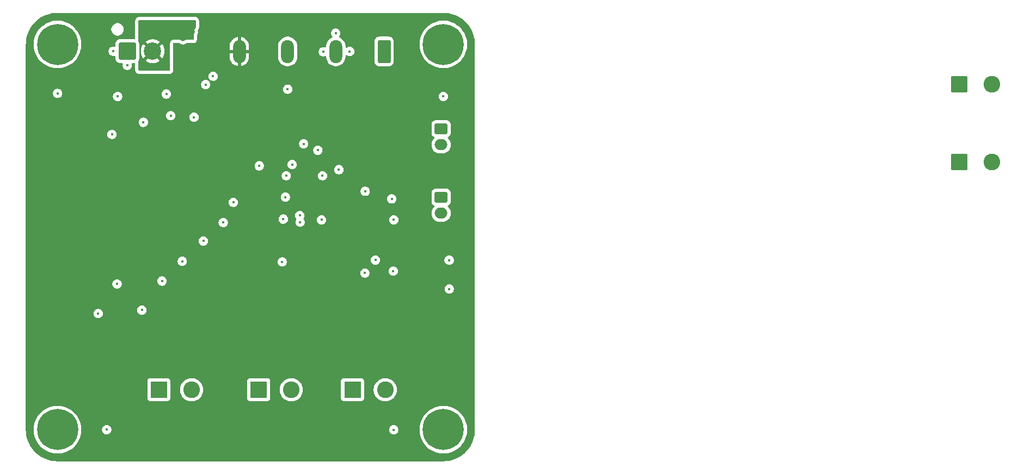
<source format=gbr>
%TF.GenerationSoftware,KiCad,Pcbnew,9.0.1*%
%TF.CreationDate,2025-11-09T21:37:19+01:00*%
%TF.ProjectId,SIGURD,53494755-5244-42e6-9b69-6361645f7063,rev?*%
%TF.SameCoordinates,Original*%
%TF.FileFunction,Copper,L3,Inr*%
%TF.FilePolarity,Positive*%
%FSLAX46Y46*%
G04 Gerber Fmt 4.6, Leading zero omitted, Abs format (unit mm)*
G04 Created by KiCad (PCBNEW 9.0.1) date 2025-11-09 21:37:19*
%MOMM*%
%LPD*%
G01*
G04 APERTURE LIST*
G04 Aperture macros list*
%AMRoundRect*
0 Rectangle with rounded corners*
0 $1 Rounding radius*
0 $2 $3 $4 $5 $6 $7 $8 $9 X,Y pos of 4 corners*
0 Add a 4 corners polygon primitive as box body*
4,1,4,$2,$3,$4,$5,$6,$7,$8,$9,$2,$3,0*
0 Add four circle primitives for the rounded corners*
1,1,$1+$1,$2,$3*
1,1,$1+$1,$4,$5*
1,1,$1+$1,$6,$7*
1,1,$1+$1,$8,$9*
0 Add four rect primitives between the rounded corners*
20,1,$1+$1,$2,$3,$4,$5,0*
20,1,$1+$1,$4,$5,$6,$7,0*
20,1,$1+$1,$6,$7,$8,$9,0*
20,1,$1+$1,$8,$9,$2,$3,0*%
G04 Aperture macros list end*
%TA.AperFunction,ComponentPad*%
%ADD10RoundRect,0.250000X-1.050000X-1.050000X1.050000X-1.050000X1.050000X1.050000X-1.050000X1.050000X0*%
%TD*%
%TA.AperFunction,ComponentPad*%
%ADD11C,2.600000*%
%TD*%
%TA.AperFunction,ComponentPad*%
%ADD12C,2.700000*%
%TD*%
%TA.AperFunction,ComponentPad*%
%ADD13RoundRect,0.250001X-1.099999X-1.099999X1.099999X-1.099999X1.099999X1.099999X-1.099999X1.099999X0*%
%TD*%
%TA.AperFunction,ComponentPad*%
%ADD14RoundRect,0.250000X-0.750000X0.600000X-0.750000X-0.600000X0.750000X-0.600000X0.750000X0.600000X0*%
%TD*%
%TA.AperFunction,ComponentPad*%
%ADD15O,2.000000X1.700000*%
%TD*%
%TA.AperFunction,ComponentPad*%
%ADD16R,2.600000X2.600000*%
%TD*%
%TA.AperFunction,ComponentPad*%
%ADD17C,0.800000*%
%TD*%
%TA.AperFunction,ComponentPad*%
%ADD18C,6.400000*%
%TD*%
%TA.AperFunction,ComponentPad*%
%ADD19RoundRect,0.250000X0.750000X1.550000X-0.750000X1.550000X-0.750000X-1.550000X0.750000X-1.550000X0*%
%TD*%
%TA.AperFunction,ComponentPad*%
%ADD20O,2.000000X3.600000*%
%TD*%
%TA.AperFunction,ViaPad*%
%ADD21C,0.450000*%
%TD*%
G04 APERTURE END LIST*
D10*
%TO.N,Earth*%
%TO.C,J13*%
X215200000Y-93335000D03*
D11*
%TO.N,/SOL5_OUT*%
X220280000Y-93335000D03*
%TD*%
D10*
%TO.N,Earth*%
%TO.C,J12*%
X215200000Y-81210000D03*
D11*
%TO.N,/SOL4_OUT*%
X220280000Y-81210000D03*
%TD*%
D12*
%TO.N,VIN*%
%TO.C,J1*%
X89802500Y-76050000D03*
D13*
%TO.N,Earth*%
X85842500Y-76050000D03*
%TD*%
D14*
%TO.N,/CAN_H*%
%TO.C,J2*%
X134665000Y-88130000D03*
D15*
%TO.N,/CAN_L*%
X134665000Y-90630000D03*
%TD*%
D16*
%TO.N,Earth*%
%TO.C,J11*%
X90764517Y-128770000D03*
D11*
%TO.N,/SOL3_OUT*%
X95844517Y-128770000D03*
%TD*%
D16*
%TO.N,Earth*%
%TO.C,J10*%
X106280000Y-128770000D03*
D11*
%TO.N,/SOL2_OUT*%
X111360000Y-128770000D03*
%TD*%
D17*
%TO.N,Net-(H2-Pad1)*%
%TO.C,H2*%
X72600000Y-135000000D03*
X73302944Y-133302944D03*
X73302944Y-136697056D03*
X75000000Y-132600000D03*
D18*
X75000000Y-135000000D03*
D17*
X75000000Y-137400000D03*
X76697056Y-133302944D03*
X76697056Y-136697056D03*
X77400000Y-135000000D03*
%TD*%
%TO.N,Net-(H3-Pad1)*%
%TO.C,H3*%
X132600000Y-75000000D03*
X133302944Y-73302944D03*
X133302944Y-76697056D03*
X135000000Y-72600000D03*
D18*
X135000000Y-75000000D03*
D17*
X135000000Y-77400000D03*
X136697056Y-73302944D03*
X136697056Y-76697056D03*
X137400000Y-75000000D03*
%TD*%
D19*
%TO.N,unconnected-(J5-Pin_1-Pad1)*%
%TO.C,J5*%
X125790000Y-76090000D03*
D20*
%TO.N,Earth*%
X118290000Y-76090000D03*
%TO.N,/MOTOR_PWM*%
X110790000Y-76090000D03*
%TO.N,+10V*%
X103290000Y-76090000D03*
%TD*%
D16*
%TO.N,Earth*%
%TO.C,J9*%
X120889517Y-128770000D03*
D11*
%TO.N,/SOL1_OUT*%
X125969517Y-128770000D03*
%TD*%
D14*
%TO.N,/CAN_H*%
%TO.C,J3*%
X134665000Y-98782500D03*
D15*
%TO.N,/CAN_L*%
X134665000Y-101282500D03*
%TD*%
D17*
%TO.N,Net-(H1-Pad1)*%
%TO.C,H1*%
X72600000Y-75000000D03*
X73302944Y-73302944D03*
X73302944Y-76697056D03*
X75000000Y-72600000D03*
D18*
X75000000Y-75000000D03*
D17*
X75000000Y-77400000D03*
X76697056Y-73302944D03*
X76697056Y-76697056D03*
X77400000Y-75000000D03*
%TD*%
%TO.N,Net-(H4-Pad1)*%
%TO.C,H4*%
X132600000Y-135000000D03*
X133302944Y-133302944D03*
X133302944Y-136697056D03*
X135000000Y-132600000D03*
D18*
X135000000Y-135000000D03*
D17*
X135000000Y-137400000D03*
X136697056Y-133302944D03*
X136697056Y-136697056D03*
X137400000Y-135000000D03*
%TD*%
D21*
%TO.N,+3V3*%
X112680000Y-101640000D03*
X100775000Y-102725000D03*
X112720000Y-102680000D03*
%TO.N,Earth*%
X96225000Y-86325000D03*
X115490000Y-91480000D03*
X84260000Y-112300000D03*
X127280000Y-135020000D03*
X83475000Y-89000000D03*
X122800000Y-110600000D03*
X118280000Y-73240000D03*
X99200000Y-79950000D03*
X88350000Y-87125000D03*
X135920000Y-113080000D03*
X127210000Y-110310000D03*
X124444517Y-108580000D03*
X83650000Y-76050000D03*
X94410000Y-108775000D03*
X92600000Y-86100000D03*
X111500000Y-93710000D03*
X110110000Y-102200000D03*
X118760000Y-94500000D03*
X135000000Y-83100000D03*
X91925000Y-82725000D03*
X84350000Y-83100000D03*
X116340000Y-76130000D03*
X91260000Y-111850000D03*
X82650000Y-135000000D03*
X109930483Y-108875000D03*
X85850000Y-78250000D03*
X98050000Y-81250000D03*
X75020000Y-82630000D03*
X102340000Y-99590000D03*
X120440000Y-76090000D03*
X126980000Y-99060000D03*
X113290000Y-90480000D03*
X81320000Y-116910000D03*
X135910000Y-108610000D03*
%TO.N,+10V*%
X98070000Y-112964151D03*
%TO.N,/SOL3_SENSE*%
X88130000Y-116380000D03*
X97680000Y-105610000D03*
%TO.N,/NRST*%
X116210000Y-95440000D03*
X122855000Y-97875000D03*
X127295000Y-102315000D03*
X110580000Y-95440000D03*
%TO.N,/SW_DIO*%
X110434517Y-98785483D03*
X116060000Y-102310000D03*
%TO.N,/MOTOR_PWM*%
X106370000Y-93900000D03*
X110790000Y-81970000D03*
%TO.N,VIN*%
X92940000Y-73110000D03*
X96130000Y-73080000D03*
X94510000Y-71770000D03*
X94500000Y-74260000D03*
%TD*%
%TA.AperFunction,Conductor*%
%TO.N,VIN*%
G36*
X96443039Y-71219685D02*
G01*
X96488794Y-71272489D01*
X96500000Y-71324000D01*
X96500000Y-72339261D01*
X96480315Y-72406300D01*
X96453809Y-72435811D01*
X96429320Y-72455546D01*
X96347264Y-72573729D01*
X96301827Y-72710248D01*
X96296690Y-72854032D01*
X96296691Y-72854035D01*
X96332272Y-72993442D01*
X96332276Y-72993455D01*
X96336872Y-73004549D01*
X96343927Y-73027805D01*
X96347616Y-73046347D01*
X96350000Y-73070543D01*
X96350000Y-73089449D01*
X96347616Y-73113648D01*
X96343925Y-73132198D01*
X96336870Y-73155451D01*
X96329633Y-73172923D01*
X96318177Y-73194358D01*
X96279649Y-73252021D01*
X96274747Y-73259501D01*
X96274744Y-73259507D01*
X96214976Y-73390378D01*
X96214975Y-73390383D01*
X96194500Y-73532797D01*
X96194500Y-74170500D01*
X96174815Y-74237539D01*
X96122011Y-74283294D01*
X96070500Y-74294500D01*
X94985994Y-74294500D01*
X94878557Y-74306052D01*
X94878552Y-74306053D01*
X94743751Y-74356332D01*
X94679400Y-74404505D01*
X94673981Y-74408339D01*
X94614366Y-74448173D01*
X94592929Y-74459631D01*
X94575450Y-74466871D01*
X94552197Y-74473925D01*
X94533647Y-74477616D01*
X94509453Y-74480000D01*
X94490549Y-74480000D01*
X94466358Y-74477617D01*
X94447799Y-74473925D01*
X94424545Y-74466870D01*
X94407071Y-74459632D01*
X94385637Y-74448175D01*
X94347902Y-74422961D01*
X94338990Y-74416413D01*
X94302770Y-74387227D01*
X94287282Y-74374746D01*
X94287280Y-74374745D01*
X94156407Y-74314976D01*
X94156402Y-74314975D01*
X94013988Y-74294500D01*
X93000000Y-74294500D01*
X92999997Y-74294500D01*
X92928059Y-74299644D01*
X92790005Y-74340182D01*
X92668969Y-74417967D01*
X92668965Y-74417971D01*
X92574750Y-74526700D01*
X92574744Y-74526709D01*
X92514976Y-74657580D01*
X92514975Y-74657585D01*
X92494500Y-74799999D01*
X92494500Y-78860002D01*
X92499644Y-78931940D01*
X92502324Y-78941064D01*
X92502325Y-79010933D01*
X92464551Y-79069712D01*
X92400996Y-79098738D01*
X92383347Y-79100000D01*
X87724000Y-79100000D01*
X87656961Y-79080315D01*
X87611206Y-79027511D01*
X87600000Y-78976000D01*
X87600000Y-77548783D01*
X87610275Y-77499360D01*
X87613807Y-77491231D01*
X87627314Y-77469334D01*
X87682499Y-77302797D01*
X87693000Y-77200008D01*
X87693000Y-75928751D01*
X87952500Y-75928751D01*
X87952500Y-76171248D01*
X87952501Y-76171264D01*
X87984153Y-76411687D01*
X88046921Y-76645939D01*
X88139720Y-76869978D01*
X88139727Y-76869992D01*
X88260981Y-77080010D01*
X88329561Y-77169384D01*
X89048384Y-76450560D01*
X89049240Y-76452626D01*
X89142262Y-76591844D01*
X89260656Y-76710238D01*
X89399874Y-76803260D01*
X89401937Y-76804114D01*
X88683114Y-77522936D01*
X88683114Y-77522937D01*
X88772489Y-77591517D01*
X88772496Y-77591522D01*
X88982507Y-77712772D01*
X88982521Y-77712779D01*
X89206560Y-77805578D01*
X89440812Y-77868346D01*
X89681235Y-77899998D01*
X89681252Y-77900000D01*
X89923748Y-77900000D01*
X89923764Y-77899998D01*
X90164187Y-77868346D01*
X90398439Y-77805578D01*
X90622478Y-77712779D01*
X90622492Y-77712772D01*
X90832516Y-77591515D01*
X90921884Y-77522939D01*
X90921884Y-77522936D01*
X90203062Y-76804114D01*
X90205126Y-76803260D01*
X90344344Y-76710238D01*
X90462738Y-76591844D01*
X90555760Y-76452626D01*
X90556614Y-76450562D01*
X91275436Y-77169384D01*
X91275439Y-77169384D01*
X91344015Y-77080016D01*
X91465272Y-76869992D01*
X91465279Y-76869978D01*
X91558078Y-76645939D01*
X91620846Y-76411687D01*
X91652498Y-76171264D01*
X91652500Y-76171248D01*
X91652500Y-75928751D01*
X91652498Y-75928735D01*
X91620846Y-75688312D01*
X91558078Y-75454060D01*
X91465279Y-75230021D01*
X91465272Y-75230007D01*
X91344022Y-75019996D01*
X91344017Y-75019989D01*
X91275437Y-74930614D01*
X91275436Y-74930614D01*
X90556614Y-75649436D01*
X90555760Y-75647374D01*
X90462738Y-75508156D01*
X90344344Y-75389762D01*
X90205126Y-75296740D01*
X90203060Y-75295884D01*
X90921884Y-74577061D01*
X90832510Y-74508481D01*
X90622492Y-74387227D01*
X90622478Y-74387220D01*
X90398439Y-74294421D01*
X90164187Y-74231653D01*
X89923764Y-74200001D01*
X89923748Y-74200000D01*
X89681252Y-74200000D01*
X89681235Y-74200001D01*
X89440812Y-74231653D01*
X89206560Y-74294421D01*
X88982521Y-74387220D01*
X88982506Y-74387227D01*
X88772490Y-74508480D01*
X88683114Y-74577060D01*
X88683114Y-74577061D01*
X89401938Y-75295885D01*
X89399874Y-75296740D01*
X89260656Y-75389762D01*
X89142262Y-75508156D01*
X89049240Y-75647374D01*
X89048385Y-75649438D01*
X88329561Y-74930614D01*
X88329560Y-74930614D01*
X88260980Y-75019990D01*
X88139727Y-75230006D01*
X88139720Y-75230021D01*
X88046921Y-75454060D01*
X87984153Y-75688312D01*
X87952501Y-75928735D01*
X87952500Y-75928751D01*
X87693000Y-75928751D01*
X87693000Y-74899992D01*
X87682499Y-74797203D01*
X87627314Y-74630666D01*
X87613810Y-74608773D01*
X87610275Y-74600638D01*
X87607326Y-74577050D01*
X87600000Y-74551216D01*
X87600000Y-71324000D01*
X87619685Y-71256961D01*
X87672489Y-71211206D01*
X87724000Y-71200000D01*
X96376000Y-71200000D01*
X96443039Y-71219685D01*
G37*
%TD.AperFunction*%
%TD*%
%TA.AperFunction,Conductor*%
%TO.N,+10V*%
G36*
X105840000Y-78860000D02*
G01*
X93000000Y-78860000D01*
X93000000Y-75171947D01*
X101790000Y-75171947D01*
X101790000Y-75840000D01*
X102635879Y-75840000D01*
X102616901Y-75885818D01*
X102590000Y-76021056D01*
X102590000Y-76158944D01*
X102616901Y-76294182D01*
X102635879Y-76340000D01*
X101790000Y-76340000D01*
X101790000Y-77008052D01*
X101826934Y-77241247D01*
X101899897Y-77465802D01*
X102007085Y-77676171D01*
X102145866Y-77867186D01*
X102312813Y-78034133D01*
X102503828Y-78172914D01*
X102714195Y-78280102D01*
X102938744Y-78353063D01*
X102938750Y-78353065D01*
X103040000Y-78369101D01*
X103040000Y-76744120D01*
X103085818Y-76763099D01*
X103221056Y-76790000D01*
X103358944Y-76790000D01*
X103494182Y-76763099D01*
X103540000Y-76744120D01*
X103540000Y-78369100D01*
X103641249Y-78353065D01*
X103641255Y-78353063D01*
X103865804Y-78280102D01*
X104076171Y-78172914D01*
X104267186Y-78034133D01*
X104434133Y-77867186D01*
X104572914Y-77676171D01*
X104680102Y-77465802D01*
X104753065Y-77241247D01*
X104790000Y-77008052D01*
X104790000Y-76340000D01*
X103944121Y-76340000D01*
X103963099Y-76294182D01*
X103990000Y-76158944D01*
X103990000Y-76021056D01*
X103963099Y-75885818D01*
X103944121Y-75840000D01*
X104790000Y-75840000D01*
X104790000Y-75171947D01*
X104753065Y-74938752D01*
X104680102Y-74714197D01*
X104572914Y-74503828D01*
X104434133Y-74312813D01*
X104267186Y-74145866D01*
X104076171Y-74007085D01*
X103865802Y-73899897D01*
X103641247Y-73826934D01*
X103540000Y-73810897D01*
X103540000Y-75435879D01*
X103494182Y-75416901D01*
X103358944Y-75390000D01*
X103221056Y-75390000D01*
X103085818Y-75416901D01*
X103040000Y-75435879D01*
X103040000Y-73810897D01*
X102938752Y-73826934D01*
X102714197Y-73899897D01*
X102503828Y-74007085D01*
X102312813Y-74145866D01*
X102145866Y-74312813D01*
X102007085Y-74503828D01*
X101899897Y-74714197D01*
X101826934Y-74938752D01*
X101790000Y-75171947D01*
X93000000Y-75171947D01*
X93000000Y-74800000D01*
X94013988Y-74800000D01*
X94037517Y-74823529D01*
X94037521Y-74823532D01*
X94156340Y-74902925D01*
X94156346Y-74902928D01*
X94156347Y-74902929D01*
X94288380Y-74957619D01*
X94288384Y-74957619D01*
X94288385Y-74957620D01*
X94428542Y-74985500D01*
X94428545Y-74985500D01*
X94571457Y-74985500D01*
X94665751Y-74966742D01*
X94711620Y-74957619D01*
X94843653Y-74902929D01*
X94962479Y-74823532D01*
X94986011Y-74800000D01*
X96700000Y-74800000D01*
X96700000Y-73532798D01*
X96772929Y-73423653D01*
X96827619Y-73291620D01*
X96855500Y-73151455D01*
X96855500Y-73008545D01*
X96855500Y-73008542D01*
X96827620Y-72868385D01*
X96827619Y-72868384D01*
X96827619Y-72868380D01*
X96799295Y-72800000D01*
X105840000Y-72800000D01*
X105840000Y-78860000D01*
G37*
%TD.AperFunction*%
%TD*%
%TA.AperFunction,Conductor*%
%TO.N,+10V*%
G36*
X96700000Y-74800000D02*
G01*
X96070500Y-74800000D01*
X96177956Y-74788447D01*
X96229467Y-74777241D01*
X96263697Y-74765847D01*
X96331997Y-74743116D01*
X96332001Y-74743113D01*
X96332004Y-74743113D01*
X96453043Y-74665325D01*
X96505847Y-74619570D01*
X96600067Y-74510836D01*
X96659838Y-74379959D01*
X96679523Y-74312920D01*
X96679524Y-74312916D01*
X96700000Y-74170500D01*
X96700000Y-74800000D01*
G37*
%TD.AperFunction*%
%TA.AperFunction,Conductor*%
G36*
X135002702Y-70075618D02*
G01*
X135016221Y-70076208D01*
X135423810Y-70094003D01*
X135434547Y-70094943D01*
X135849771Y-70149608D01*
X135860397Y-70151481D01*
X136269286Y-70242130D01*
X136279698Y-70244919D01*
X136679132Y-70370861D01*
X136689267Y-70374550D01*
X137076191Y-70534819D01*
X137085982Y-70539385D01*
X137457442Y-70732755D01*
X137466809Y-70738162D01*
X137487567Y-70751387D01*
X137820014Y-70963179D01*
X137828875Y-70969384D01*
X138161115Y-71224320D01*
X138169402Y-71231274D01*
X138478155Y-71514195D01*
X138485804Y-71521844D01*
X138768725Y-71830597D01*
X138775679Y-71838884D01*
X139030615Y-72171124D01*
X139036820Y-72179985D01*
X139261836Y-72533189D01*
X139267244Y-72542557D01*
X139460611Y-72914010D01*
X139465183Y-72923814D01*
X139625443Y-73310717D01*
X139629142Y-73320880D01*
X139749461Y-73702482D01*
X139755074Y-73720282D01*
X139757874Y-73730732D01*
X139848515Y-74139589D01*
X139850393Y-74150242D01*
X139905054Y-74565432D01*
X139905997Y-74576208D01*
X139924382Y-74997297D01*
X139924500Y-75002706D01*
X139924500Y-134997293D01*
X139924382Y-135002702D01*
X139905997Y-135423791D01*
X139905054Y-135434567D01*
X139850393Y-135849757D01*
X139848515Y-135860410D01*
X139757874Y-136269267D01*
X139755074Y-136279717D01*
X139629143Y-136679117D01*
X139625443Y-136689282D01*
X139465183Y-137076185D01*
X139460611Y-137085989D01*
X139267244Y-137457442D01*
X139261836Y-137466810D01*
X139036820Y-137820014D01*
X139030615Y-137828875D01*
X138775679Y-138161115D01*
X138768725Y-138169402D01*
X138485804Y-138478155D01*
X138478155Y-138485804D01*
X138169402Y-138768725D01*
X138161115Y-138775679D01*
X137828875Y-139030615D01*
X137820014Y-139036820D01*
X137466810Y-139261836D01*
X137457442Y-139267244D01*
X137085989Y-139460611D01*
X137076185Y-139465183D01*
X136689282Y-139625443D01*
X136679117Y-139629143D01*
X136279717Y-139755074D01*
X136269267Y-139757874D01*
X135860410Y-139848515D01*
X135849757Y-139850393D01*
X135434567Y-139905054D01*
X135423791Y-139905997D01*
X135002703Y-139924382D01*
X134997294Y-139924500D01*
X75002706Y-139924500D01*
X74997297Y-139924382D01*
X74576208Y-139905997D01*
X74565432Y-139905054D01*
X74150242Y-139850393D01*
X74139589Y-139848515D01*
X73872531Y-139789310D01*
X73730729Y-139757873D01*
X73720286Y-139755075D01*
X73320880Y-139629142D01*
X73310717Y-139625443D01*
X72923814Y-139465183D01*
X72914010Y-139460611D01*
X72542557Y-139267244D01*
X72533189Y-139261836D01*
X72179985Y-139036820D01*
X72171124Y-139030615D01*
X71838884Y-138775679D01*
X71830597Y-138768725D01*
X71521844Y-138485804D01*
X71514195Y-138478155D01*
X71231274Y-138169402D01*
X71224320Y-138161115D01*
X70969384Y-137828875D01*
X70963179Y-137820014D01*
X70738163Y-137466810D01*
X70732755Y-137457442D01*
X70539388Y-137085989D01*
X70534816Y-137076185D01*
X70463801Y-136904738D01*
X70374550Y-136689267D01*
X70370861Y-136679132D01*
X70244919Y-136279698D01*
X70242130Y-136269286D01*
X70151481Y-135860397D01*
X70149608Y-135849771D01*
X70094943Y-135434547D01*
X70094003Y-135423810D01*
X70075618Y-135002701D01*
X70075500Y-134997293D01*
X70075500Y-134818206D01*
X71299500Y-134818206D01*
X71299500Y-135181794D01*
X71310337Y-135291829D01*
X71335137Y-135543630D01*
X71406064Y-135900212D01*
X71406067Y-135900223D01*
X71511614Y-136248165D01*
X71650754Y-136584078D01*
X71650756Y-136584083D01*
X71822140Y-136904720D01*
X71822151Y-136904738D01*
X72024140Y-137207035D01*
X72024150Y-137207049D01*
X72254807Y-137488106D01*
X72511893Y-137745192D01*
X72511898Y-137745196D01*
X72511899Y-137745197D01*
X72792956Y-137975854D01*
X73095268Y-138177853D01*
X73095277Y-138177858D01*
X73095279Y-138177859D01*
X73415916Y-138349243D01*
X73415918Y-138349243D01*
X73415924Y-138349247D01*
X73751836Y-138488386D01*
X74099767Y-138593930D01*
X74099773Y-138593931D01*
X74099776Y-138593932D01*
X74099787Y-138593935D01*
X74456369Y-138664862D01*
X74818206Y-138700500D01*
X74818209Y-138700500D01*
X75181791Y-138700500D01*
X75181794Y-138700500D01*
X75543631Y-138664862D01*
X75613045Y-138651054D01*
X75900212Y-138593935D01*
X75900223Y-138593932D01*
X75900223Y-138593931D01*
X75900233Y-138593930D01*
X76248164Y-138488386D01*
X76584076Y-138349247D01*
X76904732Y-138177853D01*
X77207044Y-137975854D01*
X77488101Y-137745197D01*
X77745197Y-137488101D01*
X77975854Y-137207044D01*
X78177853Y-136904732D01*
X78349247Y-136584076D01*
X78488386Y-136248164D01*
X78593930Y-135900233D01*
X78593932Y-135900223D01*
X78593935Y-135900212D01*
X78664862Y-135543630D01*
X78670885Y-135482478D01*
X78700500Y-135181794D01*
X78700500Y-135071457D01*
X81924499Y-135071457D01*
X81952379Y-135211614D01*
X81952381Y-135211620D01*
X82007069Y-135343650D01*
X82007074Y-135343659D01*
X82086467Y-135462478D01*
X82086470Y-135462482D01*
X82187517Y-135563529D01*
X82187521Y-135563532D01*
X82306340Y-135642925D01*
X82306346Y-135642928D01*
X82306347Y-135642929D01*
X82438380Y-135697619D01*
X82438384Y-135697619D01*
X82438385Y-135697620D01*
X82578542Y-135725500D01*
X82578545Y-135725500D01*
X82721457Y-135725500D01*
X82815751Y-135706742D01*
X82861620Y-135697619D01*
X82993653Y-135642929D01*
X83112479Y-135563532D01*
X83213532Y-135462479D01*
X83292929Y-135343653D01*
X83347619Y-135211620D01*
X83356742Y-135165751D01*
X83371521Y-135091457D01*
X126554499Y-135091457D01*
X126582379Y-135231614D01*
X126582381Y-135231620D01*
X126637069Y-135363650D01*
X126637074Y-135363659D01*
X126716467Y-135482478D01*
X126716470Y-135482482D01*
X126817517Y-135583529D01*
X126817521Y-135583532D01*
X126936340Y-135662925D01*
X126936346Y-135662928D01*
X126936347Y-135662929D01*
X127068380Y-135717619D01*
X127068384Y-135717619D01*
X127068385Y-135717620D01*
X127208542Y-135745500D01*
X127208545Y-135745500D01*
X127351457Y-135745500D01*
X127452000Y-135725500D01*
X127491620Y-135717619D01*
X127623653Y-135662929D01*
X127742479Y-135583532D01*
X127843532Y-135482479D01*
X127922929Y-135363653D01*
X127977619Y-135231620D01*
X128005500Y-135091455D01*
X128005500Y-134948545D01*
X128005500Y-134948542D01*
X128005499Y-134948540D01*
X127983781Y-134839353D01*
X127979574Y-134818206D01*
X131299500Y-134818206D01*
X131299500Y-135181794D01*
X131310337Y-135291829D01*
X131335137Y-135543630D01*
X131406064Y-135900212D01*
X131406067Y-135900223D01*
X131511614Y-136248165D01*
X131650754Y-136584078D01*
X131650756Y-136584083D01*
X131822140Y-136904720D01*
X131822151Y-136904738D01*
X132024140Y-137207035D01*
X132024150Y-137207049D01*
X132254807Y-137488106D01*
X132511893Y-137745192D01*
X132511898Y-137745196D01*
X132511899Y-137745197D01*
X132792956Y-137975854D01*
X133095268Y-138177853D01*
X133095277Y-138177858D01*
X133095279Y-138177859D01*
X133415916Y-138349243D01*
X133415918Y-138349243D01*
X133415924Y-138349247D01*
X133751836Y-138488386D01*
X134099767Y-138593930D01*
X134099773Y-138593931D01*
X134099776Y-138593932D01*
X134099787Y-138593935D01*
X134456369Y-138664862D01*
X134818206Y-138700500D01*
X134818209Y-138700500D01*
X135181791Y-138700500D01*
X135181794Y-138700500D01*
X135543631Y-138664862D01*
X135613045Y-138651054D01*
X135900212Y-138593935D01*
X135900223Y-138593932D01*
X135900223Y-138593931D01*
X135900233Y-138593930D01*
X136248164Y-138488386D01*
X136584076Y-138349247D01*
X136904732Y-138177853D01*
X137207044Y-137975854D01*
X137488101Y-137745197D01*
X137745197Y-137488101D01*
X137975854Y-137207044D01*
X138177853Y-136904732D01*
X138349247Y-136584076D01*
X138488386Y-136248164D01*
X138593930Y-135900233D01*
X138593932Y-135900223D01*
X138593935Y-135900212D01*
X138664862Y-135543630D01*
X138670885Y-135482478D01*
X138700500Y-135181794D01*
X138700500Y-134818206D01*
X138664862Y-134456369D01*
X138660904Y-134436470D01*
X138593935Y-134099787D01*
X138593932Y-134099776D01*
X138593931Y-134099773D01*
X138593930Y-134099767D01*
X138488386Y-133751836D01*
X138349247Y-133415924D01*
X138177853Y-133095268D01*
X137975854Y-132792956D01*
X137745197Y-132511899D01*
X137745196Y-132511898D01*
X137745192Y-132511893D01*
X137488106Y-132254807D01*
X137207049Y-132024150D01*
X137207048Y-132024149D01*
X137207044Y-132024146D01*
X136904732Y-131822147D01*
X136904727Y-131822144D01*
X136904720Y-131822140D01*
X136584083Y-131650756D01*
X136584078Y-131650754D01*
X136248165Y-131511614D01*
X135900223Y-131406067D01*
X135900212Y-131406064D01*
X135543630Y-131335137D01*
X135271111Y-131308296D01*
X135181794Y-131299500D01*
X134818206Y-131299500D01*
X134735679Y-131307628D01*
X134456369Y-131335137D01*
X134099787Y-131406064D01*
X134099776Y-131406067D01*
X133751834Y-131511614D01*
X133415921Y-131650754D01*
X133415916Y-131650756D01*
X133095279Y-131822140D01*
X133095261Y-131822151D01*
X132792964Y-132024140D01*
X132792950Y-132024150D01*
X132511893Y-132254807D01*
X132254807Y-132511893D01*
X132024150Y-132792950D01*
X132024140Y-132792964D01*
X131822151Y-133095261D01*
X131822140Y-133095279D01*
X131650756Y-133415916D01*
X131650754Y-133415921D01*
X131511614Y-133751834D01*
X131406067Y-134099776D01*
X131406064Y-134099787D01*
X131335137Y-134456369D01*
X131313472Y-134676347D01*
X131299500Y-134818206D01*
X127979574Y-134818206D01*
X127977620Y-134808384D01*
X127977619Y-134808382D01*
X127977619Y-134808380D01*
X127922929Y-134676347D01*
X127922928Y-134676346D01*
X127922925Y-134676340D01*
X127843532Y-134557521D01*
X127843529Y-134557517D01*
X127742482Y-134456470D01*
X127742478Y-134456467D01*
X127623659Y-134377074D01*
X127623650Y-134377069D01*
X127491620Y-134322381D01*
X127491614Y-134322379D01*
X127351457Y-134294500D01*
X127351455Y-134294500D01*
X127208545Y-134294500D01*
X127208543Y-134294500D01*
X127068385Y-134322379D01*
X127068379Y-134322381D01*
X126936349Y-134377069D01*
X126936340Y-134377074D01*
X126817521Y-134456467D01*
X126817517Y-134456470D01*
X126716470Y-134557517D01*
X126716467Y-134557521D01*
X126637074Y-134676340D01*
X126637069Y-134676349D01*
X126582381Y-134808379D01*
X126582379Y-134808385D01*
X126554500Y-134948542D01*
X126554500Y-134948545D01*
X126554500Y-135091455D01*
X126554500Y-135091457D01*
X126554499Y-135091457D01*
X83371521Y-135091457D01*
X83375500Y-135071457D01*
X83375500Y-134928542D01*
X83347620Y-134788385D01*
X83347619Y-134788384D01*
X83347619Y-134788380D01*
X83292929Y-134656347D01*
X83292928Y-134656346D01*
X83292925Y-134656340D01*
X83213532Y-134537521D01*
X83213529Y-134537517D01*
X83112482Y-134436470D01*
X83112478Y-134436467D01*
X82993659Y-134357074D01*
X82993650Y-134357069D01*
X82861620Y-134302381D01*
X82861614Y-134302379D01*
X82721457Y-134274500D01*
X82721455Y-134274500D01*
X82578545Y-134274500D01*
X82578543Y-134274500D01*
X82438385Y-134302379D01*
X82438379Y-134302381D01*
X82306349Y-134357069D01*
X82306340Y-134357074D01*
X82187521Y-134436467D01*
X82187517Y-134436470D01*
X82086470Y-134537517D01*
X82086467Y-134537521D01*
X82007074Y-134656340D01*
X82007069Y-134656349D01*
X81952381Y-134788379D01*
X81952379Y-134788385D01*
X81924500Y-134928542D01*
X81924500Y-134928545D01*
X81924500Y-135071455D01*
X81924500Y-135071457D01*
X81924499Y-135071457D01*
X78700500Y-135071457D01*
X78700500Y-134818206D01*
X78664862Y-134456369D01*
X78660904Y-134436470D01*
X78593935Y-134099787D01*
X78593932Y-134099776D01*
X78593931Y-134099773D01*
X78593930Y-134099767D01*
X78488386Y-133751836D01*
X78349247Y-133415924D01*
X78177853Y-133095268D01*
X77975854Y-132792956D01*
X77745197Y-132511899D01*
X77745196Y-132511898D01*
X77745192Y-132511893D01*
X77488106Y-132254807D01*
X77207049Y-132024150D01*
X77207048Y-132024149D01*
X77207044Y-132024146D01*
X76904732Y-131822147D01*
X76904727Y-131822144D01*
X76904720Y-131822140D01*
X76584083Y-131650756D01*
X76584078Y-131650754D01*
X76248165Y-131511614D01*
X75900223Y-131406067D01*
X75900212Y-131406064D01*
X75543630Y-131335137D01*
X75271111Y-131308296D01*
X75181794Y-131299500D01*
X74818206Y-131299500D01*
X74735679Y-131307628D01*
X74456369Y-131335137D01*
X74099787Y-131406064D01*
X74099776Y-131406067D01*
X73751834Y-131511614D01*
X73415921Y-131650754D01*
X73415916Y-131650756D01*
X73095279Y-131822140D01*
X73095261Y-131822151D01*
X72792964Y-132024140D01*
X72792950Y-132024150D01*
X72511893Y-132254807D01*
X72254807Y-132511893D01*
X72024150Y-132792950D01*
X72024140Y-132792964D01*
X71822151Y-133095261D01*
X71822140Y-133095279D01*
X71650756Y-133415916D01*
X71650754Y-133415921D01*
X71511614Y-133751834D01*
X71406067Y-134099776D01*
X71406064Y-134099787D01*
X71335137Y-134456369D01*
X71313472Y-134676347D01*
X71299500Y-134818206D01*
X70075500Y-134818206D01*
X70075500Y-127422135D01*
X88964017Y-127422135D01*
X88964017Y-130117870D01*
X88964018Y-130117876D01*
X88970425Y-130177483D01*
X89020719Y-130312328D01*
X89020723Y-130312335D01*
X89106969Y-130427544D01*
X89106972Y-130427547D01*
X89222181Y-130513793D01*
X89222188Y-130513797D01*
X89357034Y-130564091D01*
X89357033Y-130564091D01*
X89363961Y-130564835D01*
X89416644Y-130570500D01*
X92112389Y-130570499D01*
X92172000Y-130564091D01*
X92306848Y-130513796D01*
X92422063Y-130427546D01*
X92508313Y-130312331D01*
X92558608Y-130177483D01*
X92565017Y-130117873D01*
X92565016Y-128651995D01*
X94044017Y-128651995D01*
X94044017Y-128888004D01*
X94044018Y-128888020D01*
X94074823Y-129122010D01*
X94135911Y-129349993D01*
X94226231Y-129568045D01*
X94226236Y-129568056D01*
X94297194Y-129690957D01*
X94344244Y-129772450D01*
X94344246Y-129772453D01*
X94344247Y-129772454D01*
X94487923Y-129959697D01*
X94487929Y-129959704D01*
X94654812Y-130126587D01*
X94654819Y-130126593D01*
X94764823Y-130211001D01*
X94842067Y-130270273D01*
X94914914Y-130312331D01*
X95046460Y-130388280D01*
X95046465Y-130388282D01*
X95046468Y-130388284D01*
X95264524Y-130478606D01*
X95492503Y-130539693D01*
X95726506Y-130570500D01*
X95726513Y-130570500D01*
X95962521Y-130570500D01*
X95962528Y-130570500D01*
X96196531Y-130539693D01*
X96424510Y-130478606D01*
X96642566Y-130388284D01*
X96846967Y-130270273D01*
X97034216Y-130126592D01*
X97201109Y-129959699D01*
X97344790Y-129772450D01*
X97462801Y-129568049D01*
X97553123Y-129349993D01*
X97614210Y-129122014D01*
X97645017Y-128888011D01*
X97645017Y-128651989D01*
X97614210Y-128417986D01*
X97553123Y-128190007D01*
X97462801Y-127971951D01*
X97462799Y-127971948D01*
X97462797Y-127971943D01*
X97420635Y-127898918D01*
X97344790Y-127767550D01*
X97201109Y-127580301D01*
X97201104Y-127580295D01*
X97042944Y-127422135D01*
X104479500Y-127422135D01*
X104479500Y-130117870D01*
X104479501Y-130117876D01*
X104485908Y-130177483D01*
X104536202Y-130312328D01*
X104536206Y-130312335D01*
X104622452Y-130427544D01*
X104622455Y-130427547D01*
X104737664Y-130513793D01*
X104737671Y-130513797D01*
X104872517Y-130564091D01*
X104872516Y-130564091D01*
X104879444Y-130564835D01*
X104932127Y-130570500D01*
X107627872Y-130570499D01*
X107687483Y-130564091D01*
X107822331Y-130513796D01*
X107937546Y-130427546D01*
X108023796Y-130312331D01*
X108074091Y-130177483D01*
X108080500Y-130117873D01*
X108080499Y-128651995D01*
X109559500Y-128651995D01*
X109559500Y-128888004D01*
X109559501Y-128888020D01*
X109590306Y-129122010D01*
X109651394Y-129349993D01*
X109741714Y-129568045D01*
X109741719Y-129568056D01*
X109812677Y-129690957D01*
X109859727Y-129772450D01*
X109859729Y-129772453D01*
X109859730Y-129772454D01*
X110003406Y-129959697D01*
X110003412Y-129959704D01*
X110170295Y-130126587D01*
X110170302Y-130126593D01*
X110280306Y-130211001D01*
X110357550Y-130270273D01*
X110430397Y-130312331D01*
X110561943Y-130388280D01*
X110561948Y-130388282D01*
X110561951Y-130388284D01*
X110780007Y-130478606D01*
X111007986Y-130539693D01*
X111241989Y-130570500D01*
X111241996Y-130570500D01*
X111478004Y-130570500D01*
X111478011Y-130570500D01*
X111712014Y-130539693D01*
X111939993Y-130478606D01*
X112158049Y-130388284D01*
X112362450Y-130270273D01*
X112549699Y-130126592D01*
X112716592Y-129959699D01*
X112860273Y-129772450D01*
X112978284Y-129568049D01*
X113068606Y-129349993D01*
X113129693Y-129122014D01*
X113160500Y-128888011D01*
X113160500Y-128651989D01*
X113129693Y-128417986D01*
X113068606Y-128190007D01*
X112978284Y-127971951D01*
X112978282Y-127971948D01*
X112978280Y-127971943D01*
X112936118Y-127898918D01*
X112860273Y-127767550D01*
X112716592Y-127580301D01*
X112716587Y-127580295D01*
X112558427Y-127422135D01*
X119089017Y-127422135D01*
X119089017Y-130117870D01*
X119089018Y-130117876D01*
X119095425Y-130177483D01*
X119145719Y-130312328D01*
X119145723Y-130312335D01*
X119231969Y-130427544D01*
X119231972Y-130427547D01*
X119347181Y-130513793D01*
X119347188Y-130513797D01*
X119482034Y-130564091D01*
X119482033Y-130564091D01*
X119488961Y-130564835D01*
X119541644Y-130570500D01*
X122237389Y-130570499D01*
X122297000Y-130564091D01*
X122431848Y-130513796D01*
X122547063Y-130427546D01*
X122633313Y-130312331D01*
X122683608Y-130177483D01*
X122690017Y-130117873D01*
X122690016Y-128651995D01*
X124169017Y-128651995D01*
X124169017Y-128888004D01*
X124169018Y-128888020D01*
X124199823Y-129122010D01*
X124260911Y-129349993D01*
X124351231Y-129568045D01*
X124351236Y-129568056D01*
X124422194Y-129690957D01*
X124469244Y-129772450D01*
X124469246Y-129772453D01*
X124469247Y-129772454D01*
X124612923Y-129959697D01*
X124612929Y-129959704D01*
X124779812Y-130126587D01*
X124779819Y-130126593D01*
X124889823Y-130211001D01*
X124967067Y-130270273D01*
X125039914Y-130312331D01*
X125171460Y-130388280D01*
X125171465Y-130388282D01*
X125171468Y-130388284D01*
X125389524Y-130478606D01*
X125617503Y-130539693D01*
X125851506Y-130570500D01*
X125851513Y-130570500D01*
X126087521Y-130570500D01*
X126087528Y-130570500D01*
X126321531Y-130539693D01*
X126549510Y-130478606D01*
X126767566Y-130388284D01*
X126971967Y-130270273D01*
X127159216Y-130126592D01*
X127326109Y-129959699D01*
X127469790Y-129772450D01*
X127587801Y-129568049D01*
X127678123Y-129349993D01*
X127739210Y-129122014D01*
X127770017Y-128888011D01*
X127770017Y-128651989D01*
X127739210Y-128417986D01*
X127678123Y-128190007D01*
X127587801Y-127971951D01*
X127587799Y-127971948D01*
X127587797Y-127971943D01*
X127545635Y-127898918D01*
X127469790Y-127767550D01*
X127326109Y-127580301D01*
X127326104Y-127580295D01*
X127159221Y-127413412D01*
X127159214Y-127413406D01*
X126971971Y-127269730D01*
X126971970Y-127269729D01*
X126971967Y-127269727D01*
X126890474Y-127222677D01*
X126767573Y-127151719D01*
X126767562Y-127151714D01*
X126549510Y-127061394D01*
X126418187Y-127026206D01*
X126321531Y-127000307D01*
X126321530Y-127000306D01*
X126321527Y-127000306D01*
X126087537Y-126969501D01*
X126087534Y-126969500D01*
X126087528Y-126969500D01*
X125851506Y-126969500D01*
X125851500Y-126969500D01*
X125851496Y-126969501D01*
X125617506Y-127000306D01*
X125389523Y-127061394D01*
X125171471Y-127151714D01*
X125171460Y-127151719D01*
X124967062Y-127269730D01*
X124779819Y-127413406D01*
X124779812Y-127413412D01*
X124612929Y-127580295D01*
X124612923Y-127580302D01*
X124469247Y-127767545D01*
X124351236Y-127971943D01*
X124351231Y-127971954D01*
X124260911Y-128190006D01*
X124199823Y-128417989D01*
X124169018Y-128651979D01*
X124169017Y-128651995D01*
X122690016Y-128651995D01*
X122690016Y-127422128D01*
X122683608Y-127362517D01*
X122633313Y-127227669D01*
X122633312Y-127227668D01*
X122633310Y-127227664D01*
X122547064Y-127112455D01*
X122547061Y-127112452D01*
X122431852Y-127026206D01*
X122431845Y-127026202D01*
X122296999Y-126975908D01*
X122297000Y-126975908D01*
X122237400Y-126969501D01*
X122237398Y-126969500D01*
X122237390Y-126969500D01*
X122237381Y-126969500D01*
X119541646Y-126969500D01*
X119541640Y-126969501D01*
X119482033Y-126975908D01*
X119347188Y-127026202D01*
X119347181Y-127026206D01*
X119231972Y-127112452D01*
X119231969Y-127112455D01*
X119145723Y-127227664D01*
X119145719Y-127227671D01*
X119095425Y-127362517D01*
X119089954Y-127413408D01*
X119089018Y-127422123D01*
X119089017Y-127422135D01*
X112558427Y-127422135D01*
X112549704Y-127413412D01*
X112549697Y-127413406D01*
X112362454Y-127269730D01*
X112362453Y-127269729D01*
X112362450Y-127269727D01*
X112280957Y-127222677D01*
X112158056Y-127151719D01*
X112158045Y-127151714D01*
X111939993Y-127061394D01*
X111808670Y-127026206D01*
X111712014Y-127000307D01*
X111712013Y-127000306D01*
X111712010Y-127000306D01*
X111478020Y-126969501D01*
X111478017Y-126969500D01*
X111478011Y-126969500D01*
X111241989Y-126969500D01*
X111241983Y-126969500D01*
X111241979Y-126969501D01*
X111007989Y-127000306D01*
X110780006Y-127061394D01*
X110561954Y-127151714D01*
X110561943Y-127151719D01*
X110357545Y-127269730D01*
X110170302Y-127413406D01*
X110170295Y-127413412D01*
X110003412Y-127580295D01*
X110003406Y-127580302D01*
X109859730Y-127767545D01*
X109741719Y-127971943D01*
X109741714Y-127971954D01*
X109651394Y-128190006D01*
X109590306Y-128417989D01*
X109559501Y-128651979D01*
X109559500Y-128651995D01*
X108080499Y-128651995D01*
X108080499Y-127422128D01*
X108074091Y-127362517D01*
X108023796Y-127227669D01*
X108023795Y-127227668D01*
X108023793Y-127227664D01*
X107937547Y-127112455D01*
X107937544Y-127112452D01*
X107822335Y-127026206D01*
X107822328Y-127026202D01*
X107687482Y-126975908D01*
X107687483Y-126975908D01*
X107627883Y-126969501D01*
X107627881Y-126969500D01*
X107627873Y-126969500D01*
X107627864Y-126969500D01*
X104932129Y-126969500D01*
X104932123Y-126969501D01*
X104872516Y-126975908D01*
X104737671Y-127026202D01*
X104737664Y-127026206D01*
X104622455Y-127112452D01*
X104622452Y-127112455D01*
X104536206Y-127227664D01*
X104536202Y-127227671D01*
X104485908Y-127362517D01*
X104480437Y-127413408D01*
X104479501Y-127422123D01*
X104479500Y-127422135D01*
X97042944Y-127422135D01*
X97034221Y-127413412D01*
X97034214Y-127413406D01*
X96846971Y-127269730D01*
X96846970Y-127269729D01*
X96846967Y-127269727D01*
X96765474Y-127222677D01*
X96642573Y-127151719D01*
X96642562Y-127151714D01*
X96424510Y-127061394D01*
X96293187Y-127026206D01*
X96196531Y-127000307D01*
X96196530Y-127000306D01*
X96196527Y-127000306D01*
X95962537Y-126969501D01*
X95962534Y-126969500D01*
X95962528Y-126969500D01*
X95726506Y-126969500D01*
X95726500Y-126969500D01*
X95726496Y-126969501D01*
X95492506Y-127000306D01*
X95264523Y-127061394D01*
X95046471Y-127151714D01*
X95046460Y-127151719D01*
X94842062Y-127269730D01*
X94654819Y-127413406D01*
X94654812Y-127413412D01*
X94487929Y-127580295D01*
X94487923Y-127580302D01*
X94344247Y-127767545D01*
X94226236Y-127971943D01*
X94226231Y-127971954D01*
X94135911Y-128190006D01*
X94074823Y-128417989D01*
X94044018Y-128651979D01*
X94044017Y-128651995D01*
X92565016Y-128651995D01*
X92565016Y-127422128D01*
X92558608Y-127362517D01*
X92508313Y-127227669D01*
X92508312Y-127227668D01*
X92508310Y-127227664D01*
X92422064Y-127112455D01*
X92422061Y-127112452D01*
X92306852Y-127026206D01*
X92306845Y-127026202D01*
X92171999Y-126975908D01*
X92172000Y-126975908D01*
X92112400Y-126969501D01*
X92112398Y-126969500D01*
X92112390Y-126969500D01*
X92112381Y-126969500D01*
X89416646Y-126969500D01*
X89416640Y-126969501D01*
X89357033Y-126975908D01*
X89222188Y-127026202D01*
X89222181Y-127026206D01*
X89106972Y-127112452D01*
X89106969Y-127112455D01*
X89020723Y-127227664D01*
X89020719Y-127227671D01*
X88970425Y-127362517D01*
X88964954Y-127413408D01*
X88964018Y-127422123D01*
X88964017Y-127422135D01*
X70075500Y-127422135D01*
X70075500Y-116981457D01*
X80594499Y-116981457D01*
X80622379Y-117121614D01*
X80622381Y-117121620D01*
X80677069Y-117253650D01*
X80677074Y-117253659D01*
X80756467Y-117372478D01*
X80756470Y-117372482D01*
X80857517Y-117473529D01*
X80857521Y-117473532D01*
X80976340Y-117552925D01*
X80976346Y-117552928D01*
X80976347Y-117552929D01*
X81108380Y-117607619D01*
X81108384Y-117607619D01*
X81108385Y-117607620D01*
X81248542Y-117635500D01*
X81248545Y-117635500D01*
X81391457Y-117635500D01*
X81485751Y-117616742D01*
X81531620Y-117607619D01*
X81663653Y-117552929D01*
X81782479Y-117473532D01*
X81883532Y-117372479D01*
X81962929Y-117253653D01*
X82017619Y-117121620D01*
X82045500Y-116981455D01*
X82045500Y-116838545D01*
X82045500Y-116838542D01*
X82017620Y-116698385D01*
X82017619Y-116698384D01*
X82017619Y-116698380D01*
X81962929Y-116566347D01*
X81962928Y-116566346D01*
X81962925Y-116566340D01*
X81886162Y-116451457D01*
X87404499Y-116451457D01*
X87432379Y-116591614D01*
X87432381Y-116591620D01*
X87487069Y-116723650D01*
X87487074Y-116723659D01*
X87566467Y-116842478D01*
X87566470Y-116842482D01*
X87667517Y-116943529D01*
X87667521Y-116943532D01*
X87786340Y-117022925D01*
X87786346Y-117022928D01*
X87786347Y-117022929D01*
X87918380Y-117077619D01*
X87918384Y-117077619D01*
X87918385Y-117077620D01*
X88058542Y-117105500D01*
X88058545Y-117105500D01*
X88201457Y-117105500D01*
X88295751Y-117086742D01*
X88341620Y-117077619D01*
X88473653Y-117022929D01*
X88592479Y-116943532D01*
X88693532Y-116842479D01*
X88772929Y-116723653D01*
X88827619Y-116591620D01*
X88855500Y-116451455D01*
X88855500Y-116308545D01*
X88855500Y-116308542D01*
X88827620Y-116168385D01*
X88827619Y-116168384D01*
X88827619Y-116168380D01*
X88772929Y-116036347D01*
X88772928Y-116036346D01*
X88772925Y-116036340D01*
X88693532Y-115917521D01*
X88693529Y-115917517D01*
X88592482Y-115816470D01*
X88592478Y-115816467D01*
X88473659Y-115737074D01*
X88473650Y-115737069D01*
X88341620Y-115682381D01*
X88341614Y-115682379D01*
X88201457Y-115654500D01*
X88201455Y-115654500D01*
X88058545Y-115654500D01*
X88058543Y-115654500D01*
X87918385Y-115682379D01*
X87918379Y-115682381D01*
X87786349Y-115737069D01*
X87786340Y-115737074D01*
X87667521Y-115816467D01*
X87667517Y-115816470D01*
X87566470Y-115917517D01*
X87566467Y-115917521D01*
X87487074Y-116036340D01*
X87487069Y-116036349D01*
X87432381Y-116168379D01*
X87432379Y-116168385D01*
X87404500Y-116308542D01*
X87404500Y-116308545D01*
X87404500Y-116451455D01*
X87404500Y-116451457D01*
X87404499Y-116451457D01*
X81886162Y-116451457D01*
X81883532Y-116447521D01*
X81883529Y-116447517D01*
X81782482Y-116346470D01*
X81782478Y-116346467D01*
X81663659Y-116267074D01*
X81663650Y-116267069D01*
X81531620Y-116212381D01*
X81531614Y-116212379D01*
X81391457Y-116184500D01*
X81391455Y-116184500D01*
X81248545Y-116184500D01*
X81248543Y-116184500D01*
X81108385Y-116212379D01*
X81108379Y-116212381D01*
X80976349Y-116267069D01*
X80976340Y-116267074D01*
X80857521Y-116346467D01*
X80857517Y-116346470D01*
X80756470Y-116447517D01*
X80756467Y-116447521D01*
X80677074Y-116566340D01*
X80677069Y-116566349D01*
X80622381Y-116698379D01*
X80622379Y-116698385D01*
X80594500Y-116838542D01*
X80594500Y-116838545D01*
X80594500Y-116981455D01*
X80594500Y-116981457D01*
X80594499Y-116981457D01*
X70075500Y-116981457D01*
X70075500Y-113151457D01*
X135194499Y-113151457D01*
X135222379Y-113291614D01*
X135222381Y-113291620D01*
X135277069Y-113423650D01*
X135277074Y-113423659D01*
X135356467Y-113542478D01*
X135356470Y-113542482D01*
X135457517Y-113643529D01*
X135457521Y-113643532D01*
X135576340Y-113722925D01*
X135576346Y-113722928D01*
X135576347Y-113722929D01*
X135708380Y-113777619D01*
X135708384Y-113777619D01*
X135708385Y-113777620D01*
X135848542Y-113805500D01*
X135848545Y-113805500D01*
X135991457Y-113805500D01*
X136085751Y-113786742D01*
X136131620Y-113777619D01*
X136263653Y-113722929D01*
X136382479Y-113643532D01*
X136483532Y-113542479D01*
X136562929Y-113423653D01*
X136617619Y-113291620D01*
X136645500Y-113151455D01*
X136645500Y-113008545D01*
X136645500Y-113008542D01*
X136617620Y-112868385D01*
X136617619Y-112868384D01*
X136617619Y-112868380D01*
X136575318Y-112766258D01*
X136562930Y-112736349D01*
X136562925Y-112736340D01*
X136483532Y-112617521D01*
X136483529Y-112617517D01*
X136382482Y-112516470D01*
X136382478Y-112516467D01*
X136263659Y-112437074D01*
X136263650Y-112437069D01*
X136131620Y-112382381D01*
X136131614Y-112382379D01*
X135991457Y-112354500D01*
X135991455Y-112354500D01*
X135848545Y-112354500D01*
X135848543Y-112354500D01*
X135708385Y-112382379D01*
X135708379Y-112382381D01*
X135576349Y-112437069D01*
X135576340Y-112437074D01*
X135457521Y-112516467D01*
X135457517Y-112516470D01*
X135356470Y-112617517D01*
X135356467Y-112617521D01*
X135277074Y-112736340D01*
X135277069Y-112736349D01*
X135222381Y-112868379D01*
X135222379Y-112868385D01*
X135194500Y-113008542D01*
X135194500Y-113008545D01*
X135194500Y-113151455D01*
X135194500Y-113151457D01*
X135194499Y-113151457D01*
X70075500Y-113151457D01*
X70075500Y-112371457D01*
X83534499Y-112371457D01*
X83562379Y-112511614D01*
X83562381Y-112511620D01*
X83617069Y-112643650D01*
X83617074Y-112643659D01*
X83696467Y-112762478D01*
X83696470Y-112762482D01*
X83797517Y-112863529D01*
X83797521Y-112863532D01*
X83916340Y-112942925D01*
X83916346Y-112942928D01*
X83916347Y-112942929D01*
X84048380Y-112997619D01*
X84048384Y-112997619D01*
X84048385Y-112997620D01*
X84188542Y-113025500D01*
X84188545Y-113025500D01*
X84331457Y-113025500D01*
X84425751Y-113006742D01*
X84471620Y-112997619D01*
X84603653Y-112942929D01*
X84603659Y-112942925D01*
X84668873Y-112899351D01*
X84694534Y-112882204D01*
X84722479Y-112863532D01*
X84823532Y-112762479D01*
X84902929Y-112643653D01*
X84957619Y-112511620D01*
X84985500Y-112371455D01*
X84985500Y-112228545D01*
X84985500Y-112228542D01*
X84957620Y-112088385D01*
X84957619Y-112088384D01*
X84957619Y-112088380D01*
X84902929Y-111956347D01*
X84902928Y-111956346D01*
X84902925Y-111956340D01*
X84879617Y-111921457D01*
X90534499Y-111921457D01*
X90562379Y-112061614D01*
X90562381Y-112061620D01*
X90617069Y-112193650D01*
X90617074Y-112193659D01*
X90696467Y-112312478D01*
X90696470Y-112312482D01*
X90797517Y-112413529D01*
X90797521Y-112413532D01*
X90916340Y-112492925D01*
X90916346Y-112492928D01*
X90916347Y-112492929D01*
X91048380Y-112547619D01*
X91048384Y-112547619D01*
X91048385Y-112547620D01*
X91188542Y-112575500D01*
X91188545Y-112575500D01*
X91331457Y-112575500D01*
X91425751Y-112556742D01*
X91471620Y-112547619D01*
X91603653Y-112492929D01*
X91722479Y-112413532D01*
X91823532Y-112312479D01*
X91902929Y-112193653D01*
X91957619Y-112061620D01*
X91978559Y-111956349D01*
X91985500Y-111921457D01*
X91985500Y-111778542D01*
X91957620Y-111638385D01*
X91957619Y-111638384D01*
X91957619Y-111638380D01*
X91902929Y-111506347D01*
X91902928Y-111506346D01*
X91902925Y-111506340D01*
X91823532Y-111387521D01*
X91823529Y-111387517D01*
X91722482Y-111286470D01*
X91722478Y-111286467D01*
X91603659Y-111207074D01*
X91603650Y-111207069D01*
X91471620Y-111152381D01*
X91471614Y-111152379D01*
X91331457Y-111124500D01*
X91331455Y-111124500D01*
X91188545Y-111124500D01*
X91188543Y-111124500D01*
X91048385Y-111152379D01*
X91048379Y-111152381D01*
X90916349Y-111207069D01*
X90916340Y-111207074D01*
X90797521Y-111286467D01*
X90797517Y-111286470D01*
X90696470Y-111387517D01*
X90696467Y-111387521D01*
X90617074Y-111506340D01*
X90617069Y-111506349D01*
X90562381Y-111638379D01*
X90562379Y-111638385D01*
X90534500Y-111778542D01*
X90534500Y-111778545D01*
X90534500Y-111921455D01*
X90534500Y-111921457D01*
X90534499Y-111921457D01*
X84879617Y-111921457D01*
X84826087Y-111841344D01*
X84823531Y-111837519D01*
X84722482Y-111736470D01*
X84722478Y-111736467D01*
X84603659Y-111657074D01*
X84603650Y-111657069D01*
X84471620Y-111602381D01*
X84471614Y-111602379D01*
X84331457Y-111574500D01*
X84331455Y-111574500D01*
X84188545Y-111574500D01*
X84188543Y-111574500D01*
X84048385Y-111602379D01*
X84048379Y-111602381D01*
X83916349Y-111657069D01*
X83916340Y-111657074D01*
X83797521Y-111736467D01*
X83797517Y-111736470D01*
X83696470Y-111837517D01*
X83696467Y-111837521D01*
X83617074Y-111956340D01*
X83617069Y-111956349D01*
X83562381Y-112088379D01*
X83562379Y-112088385D01*
X83534500Y-112228542D01*
X83534500Y-112228545D01*
X83534500Y-112371455D01*
X83534500Y-112371457D01*
X83534499Y-112371457D01*
X70075500Y-112371457D01*
X70075500Y-110671457D01*
X122074499Y-110671457D01*
X122102379Y-110811614D01*
X122102381Y-110811620D01*
X122157069Y-110943650D01*
X122157074Y-110943659D01*
X122236467Y-111062478D01*
X122236470Y-111062482D01*
X122337517Y-111163529D01*
X122337521Y-111163532D01*
X122456340Y-111242925D01*
X122456346Y-111242928D01*
X122456347Y-111242929D01*
X122588380Y-111297619D01*
X122588384Y-111297619D01*
X122588385Y-111297620D01*
X122728542Y-111325500D01*
X122728545Y-111325500D01*
X122871457Y-111325500D01*
X122965751Y-111306742D01*
X123011620Y-111297619D01*
X123143653Y-111242929D01*
X123262479Y-111163532D01*
X123363532Y-111062479D01*
X123442929Y-110943653D01*
X123497619Y-110811620D01*
X123525500Y-110671455D01*
X123525500Y-110528545D01*
X123525500Y-110528542D01*
X123497620Y-110388385D01*
X123497619Y-110388384D01*
X123497619Y-110388380D01*
X123494751Y-110381457D01*
X126484499Y-110381457D01*
X126512379Y-110521614D01*
X126512381Y-110521620D01*
X126567069Y-110653650D01*
X126567074Y-110653659D01*
X126646467Y-110772478D01*
X126646470Y-110772482D01*
X126747517Y-110873529D01*
X126747521Y-110873532D01*
X126866340Y-110952925D01*
X126866346Y-110952928D01*
X126866347Y-110952929D01*
X126998380Y-111007619D01*
X126998384Y-111007619D01*
X126998385Y-111007620D01*
X127138542Y-111035500D01*
X127138545Y-111035500D01*
X127281457Y-111035500D01*
X127375751Y-111016742D01*
X127421620Y-111007619D01*
X127553653Y-110952929D01*
X127672479Y-110873532D01*
X127773532Y-110772479D01*
X127852929Y-110653653D01*
X127907619Y-110521620D01*
X127935500Y-110381455D01*
X127935500Y-110238545D01*
X127935500Y-110238542D01*
X127907620Y-110098385D01*
X127907619Y-110098384D01*
X127907619Y-110098380D01*
X127852929Y-109966347D01*
X127852928Y-109966346D01*
X127852925Y-109966340D01*
X127773532Y-109847521D01*
X127773529Y-109847517D01*
X127672482Y-109746470D01*
X127672478Y-109746467D01*
X127553659Y-109667074D01*
X127553650Y-109667069D01*
X127421620Y-109612381D01*
X127421614Y-109612379D01*
X127281457Y-109584500D01*
X127281455Y-109584500D01*
X127138545Y-109584500D01*
X127138543Y-109584500D01*
X126998385Y-109612379D01*
X126998379Y-109612381D01*
X126866349Y-109667069D01*
X126866340Y-109667074D01*
X126747521Y-109746467D01*
X126747517Y-109746470D01*
X126646470Y-109847517D01*
X126646467Y-109847521D01*
X126567074Y-109966340D01*
X126567069Y-109966349D01*
X126512381Y-110098379D01*
X126512379Y-110098385D01*
X126484500Y-110238542D01*
X126484500Y-110238545D01*
X126484500Y-110381455D01*
X126484500Y-110381457D01*
X126484499Y-110381457D01*
X123494751Y-110381457D01*
X123442929Y-110256347D01*
X123442926Y-110256342D01*
X123442925Y-110256340D01*
X123363532Y-110137521D01*
X123363529Y-110137517D01*
X123262482Y-110036470D01*
X123262478Y-110036467D01*
X123143659Y-109957074D01*
X123143650Y-109957069D01*
X123011620Y-109902381D01*
X123011614Y-109902379D01*
X122871457Y-109874500D01*
X122871455Y-109874500D01*
X122728545Y-109874500D01*
X122728543Y-109874500D01*
X122588385Y-109902379D01*
X122588379Y-109902381D01*
X122456349Y-109957069D01*
X122456340Y-109957074D01*
X122337521Y-110036467D01*
X122337517Y-110036470D01*
X122236470Y-110137517D01*
X122236467Y-110137521D01*
X122157074Y-110256340D01*
X122157069Y-110256349D01*
X122102381Y-110388379D01*
X122102379Y-110388385D01*
X122074500Y-110528542D01*
X122074500Y-110528545D01*
X122074500Y-110671455D01*
X122074500Y-110671457D01*
X122074499Y-110671457D01*
X70075500Y-110671457D01*
X70075500Y-108846457D01*
X93684499Y-108846457D01*
X93712379Y-108986614D01*
X93712381Y-108986620D01*
X93767069Y-109118650D01*
X93767074Y-109118659D01*
X93846467Y-109237478D01*
X93846470Y-109237482D01*
X93947517Y-109338529D01*
X93947521Y-109338532D01*
X94066340Y-109417925D01*
X94066346Y-109417928D01*
X94066347Y-109417929D01*
X94198380Y-109472619D01*
X94198384Y-109472619D01*
X94198385Y-109472620D01*
X94338542Y-109500500D01*
X94338545Y-109500500D01*
X94481457Y-109500500D01*
X94575751Y-109481742D01*
X94621620Y-109472619D01*
X94753653Y-109417929D01*
X94872479Y-109338532D01*
X94973532Y-109237479D01*
X95052929Y-109118653D01*
X95107619Y-108986620D01*
X95115608Y-108946457D01*
X109204982Y-108946457D01*
X109232862Y-109086614D01*
X109232864Y-109086620D01*
X109287552Y-109218650D01*
X109287557Y-109218659D01*
X109366950Y-109337478D01*
X109366953Y-109337482D01*
X109468000Y-109438529D01*
X109468004Y-109438532D01*
X109586823Y-109517925D01*
X109586829Y-109517928D01*
X109586830Y-109517929D01*
X109718863Y-109572619D01*
X109718867Y-109572619D01*
X109718868Y-109572620D01*
X109859025Y-109600500D01*
X109859028Y-109600500D01*
X110001940Y-109600500D01*
X110096234Y-109581742D01*
X110142103Y-109572619D01*
X110274136Y-109517929D01*
X110392962Y-109438532D01*
X110494015Y-109337479D01*
X110573412Y-109218653D01*
X110628102Y-109086620D01*
X110654550Y-108953659D01*
X110655983Y-108946457D01*
X110655983Y-108803542D01*
X110628103Y-108663385D01*
X110628102Y-108663384D01*
X110628102Y-108663380D01*
X110623163Y-108651457D01*
X123719016Y-108651457D01*
X123746896Y-108791614D01*
X123746898Y-108791620D01*
X123801586Y-108923650D01*
X123801591Y-108923659D01*
X123880984Y-109042478D01*
X123880987Y-109042482D01*
X123982034Y-109143529D01*
X123982038Y-109143532D01*
X124100857Y-109222925D01*
X124100863Y-109222928D01*
X124100864Y-109222929D01*
X124232897Y-109277619D01*
X124232901Y-109277619D01*
X124232902Y-109277620D01*
X124373059Y-109305500D01*
X124373062Y-109305500D01*
X124515974Y-109305500D01*
X124610268Y-109286742D01*
X124656137Y-109277619D01*
X124788170Y-109222929D01*
X124906996Y-109143532D01*
X125008049Y-109042479D01*
X125087446Y-108923653D01*
X125142136Y-108791620D01*
X125151259Y-108745751D01*
X125164049Y-108681457D01*
X135184499Y-108681457D01*
X135212379Y-108821614D01*
X135212381Y-108821620D01*
X135267069Y-108953650D01*
X135267074Y-108953659D01*
X135346467Y-109072478D01*
X135346470Y-109072482D01*
X135447517Y-109173529D01*
X135447521Y-109173532D01*
X135566340Y-109252925D01*
X135566346Y-109252928D01*
X135566347Y-109252929D01*
X135698380Y-109307619D01*
X135698384Y-109307619D01*
X135698385Y-109307620D01*
X135838542Y-109335500D01*
X135838545Y-109335500D01*
X135981457Y-109335500D01*
X136075751Y-109316742D01*
X136121620Y-109307619D01*
X136253653Y-109252929D01*
X136372479Y-109173532D01*
X136473532Y-109072479D01*
X136552929Y-108953653D01*
X136607619Y-108821620D01*
X136635500Y-108681455D01*
X136635500Y-108538545D01*
X136635500Y-108538542D01*
X136607620Y-108398385D01*
X136607619Y-108398384D01*
X136607619Y-108398380D01*
X136552929Y-108266347D01*
X136552928Y-108266346D01*
X136552925Y-108266340D01*
X136473532Y-108147521D01*
X136473529Y-108147517D01*
X136372482Y-108046470D01*
X136372478Y-108046467D01*
X136253659Y-107967074D01*
X136253650Y-107967069D01*
X136121620Y-107912381D01*
X136121614Y-107912379D01*
X135981457Y-107884500D01*
X135981455Y-107884500D01*
X135838545Y-107884500D01*
X135838543Y-107884500D01*
X135698385Y-107912379D01*
X135698379Y-107912381D01*
X135566349Y-107967069D01*
X135566340Y-107967074D01*
X135447521Y-108046467D01*
X135447517Y-108046470D01*
X135346470Y-108147517D01*
X135346467Y-108147521D01*
X135267074Y-108266340D01*
X135267069Y-108266349D01*
X135212381Y-108398379D01*
X135212379Y-108398385D01*
X135184500Y-108538542D01*
X135184500Y-108538545D01*
X135184500Y-108681455D01*
X135184500Y-108681457D01*
X135184499Y-108681457D01*
X125164049Y-108681457D01*
X125170017Y-108651457D01*
X125170017Y-108508542D01*
X125142137Y-108368385D01*
X125142136Y-108368384D01*
X125142136Y-108368380D01*
X125087446Y-108236347D01*
X125087445Y-108236346D01*
X125087442Y-108236340D01*
X125008049Y-108117521D01*
X125008046Y-108117517D01*
X124906999Y-108016470D01*
X124906995Y-108016467D01*
X124788176Y-107937074D01*
X124788167Y-107937069D01*
X124656137Y-107882381D01*
X124656131Y-107882379D01*
X124515974Y-107854500D01*
X124515972Y-107854500D01*
X124373062Y-107854500D01*
X124373060Y-107854500D01*
X124232902Y-107882379D01*
X124232896Y-107882381D01*
X124100866Y-107937069D01*
X124100857Y-107937074D01*
X123982038Y-108016467D01*
X123982034Y-108016470D01*
X123880987Y-108117517D01*
X123880984Y-108117521D01*
X123801591Y-108236340D01*
X123801586Y-108236349D01*
X123746898Y-108368379D01*
X123746896Y-108368385D01*
X123719017Y-108508542D01*
X123719017Y-108508545D01*
X123719017Y-108651455D01*
X123719017Y-108651457D01*
X123719016Y-108651457D01*
X110623163Y-108651457D01*
X110581100Y-108549905D01*
X110581099Y-108549904D01*
X110573416Y-108531355D01*
X110573408Y-108531340D01*
X110494015Y-108412521D01*
X110494012Y-108412517D01*
X110392965Y-108311470D01*
X110392961Y-108311467D01*
X110274142Y-108232074D01*
X110274133Y-108232069D01*
X110142103Y-108177381D01*
X110142097Y-108177379D01*
X110001940Y-108149500D01*
X110001938Y-108149500D01*
X109859028Y-108149500D01*
X109859026Y-108149500D01*
X109718868Y-108177379D01*
X109718862Y-108177381D01*
X109586832Y-108232069D01*
X109586823Y-108232074D01*
X109468004Y-108311467D01*
X109468000Y-108311470D01*
X109366953Y-108412517D01*
X109366950Y-108412521D01*
X109287557Y-108531340D01*
X109287552Y-108531349D01*
X109232864Y-108663379D01*
X109232862Y-108663385D01*
X109204983Y-108803542D01*
X109204983Y-108803545D01*
X109204983Y-108946455D01*
X109204983Y-108946457D01*
X109204982Y-108946457D01*
X95115608Y-108946457D01*
X95135500Y-108846455D01*
X95135500Y-108703545D01*
X95135500Y-108703542D01*
X95107620Y-108563385D01*
X95107619Y-108563384D01*
X95107619Y-108563380D01*
X95052929Y-108431347D01*
X95052928Y-108431346D01*
X95052925Y-108431340D01*
X94973532Y-108312521D01*
X94973529Y-108312517D01*
X94872482Y-108211470D01*
X94872478Y-108211467D01*
X94753659Y-108132074D01*
X94753650Y-108132069D01*
X94621620Y-108077381D01*
X94621614Y-108077379D01*
X94481457Y-108049500D01*
X94481455Y-108049500D01*
X94338545Y-108049500D01*
X94338543Y-108049500D01*
X94198385Y-108077379D01*
X94198379Y-108077381D01*
X94066349Y-108132069D01*
X94066340Y-108132074D01*
X93947521Y-108211467D01*
X93947517Y-108211470D01*
X93846470Y-108312517D01*
X93846467Y-108312521D01*
X93767074Y-108431340D01*
X93767069Y-108431349D01*
X93712381Y-108563379D01*
X93712379Y-108563385D01*
X93684500Y-108703542D01*
X93684500Y-108703545D01*
X93684500Y-108846455D01*
X93684500Y-108846457D01*
X93684499Y-108846457D01*
X70075500Y-108846457D01*
X70075500Y-105681457D01*
X96954499Y-105681457D01*
X96982379Y-105821614D01*
X96982381Y-105821620D01*
X97037069Y-105953650D01*
X97037074Y-105953659D01*
X97116467Y-106072478D01*
X97116470Y-106072482D01*
X97217517Y-106173529D01*
X97217521Y-106173532D01*
X97336340Y-106252925D01*
X97336346Y-106252928D01*
X97336347Y-106252929D01*
X97468380Y-106307619D01*
X97468384Y-106307619D01*
X97468385Y-106307620D01*
X97608542Y-106335500D01*
X97608545Y-106335500D01*
X97751457Y-106335500D01*
X97845751Y-106316742D01*
X97891620Y-106307619D01*
X98023653Y-106252929D01*
X98142479Y-106173532D01*
X98243532Y-106072479D01*
X98322929Y-105953653D01*
X98377619Y-105821620D01*
X98405500Y-105681455D01*
X98405500Y-105538545D01*
X98405500Y-105538542D01*
X98377620Y-105398385D01*
X98377619Y-105398384D01*
X98377619Y-105398380D01*
X98322929Y-105266347D01*
X98322928Y-105266346D01*
X98322925Y-105266340D01*
X98243532Y-105147521D01*
X98243529Y-105147517D01*
X98142482Y-105046470D01*
X98142478Y-105046467D01*
X98023659Y-104967074D01*
X98023650Y-104967069D01*
X97891620Y-104912381D01*
X97891614Y-104912379D01*
X97751457Y-104884500D01*
X97751455Y-104884500D01*
X97608545Y-104884500D01*
X97608543Y-104884500D01*
X97468385Y-104912379D01*
X97468379Y-104912381D01*
X97336349Y-104967069D01*
X97336340Y-104967074D01*
X97217521Y-105046467D01*
X97217517Y-105046470D01*
X97116470Y-105147517D01*
X97116467Y-105147521D01*
X97037074Y-105266340D01*
X97037069Y-105266349D01*
X96982381Y-105398379D01*
X96982379Y-105398385D01*
X96954500Y-105538542D01*
X96954500Y-105538545D01*
X96954500Y-105681455D01*
X96954500Y-105681457D01*
X96954499Y-105681457D01*
X70075500Y-105681457D01*
X70075500Y-102796457D01*
X100049499Y-102796457D01*
X100077379Y-102936614D01*
X100077381Y-102936620D01*
X100132069Y-103068650D01*
X100132074Y-103068659D01*
X100211467Y-103187478D01*
X100211470Y-103187482D01*
X100312517Y-103288529D01*
X100312521Y-103288532D01*
X100431340Y-103367925D01*
X100431346Y-103367928D01*
X100431347Y-103367929D01*
X100563380Y-103422619D01*
X100563384Y-103422619D01*
X100563385Y-103422620D01*
X100703542Y-103450500D01*
X100703545Y-103450500D01*
X100846457Y-103450500D01*
X100940751Y-103431742D01*
X100986620Y-103422619D01*
X101118653Y-103367929D01*
X101237479Y-103288532D01*
X101338532Y-103187479D01*
X101417929Y-103068653D01*
X101472619Y-102936620D01*
X101485169Y-102873529D01*
X101500500Y-102796457D01*
X101500500Y-102653542D01*
X101472620Y-102513385D01*
X101472619Y-102513384D01*
X101472619Y-102513380D01*
X101417929Y-102381347D01*
X101417928Y-102381346D01*
X101417925Y-102381340D01*
X101344503Y-102271457D01*
X109384499Y-102271457D01*
X109412379Y-102411614D01*
X109412381Y-102411620D01*
X109467069Y-102543650D01*
X109467074Y-102543659D01*
X109546467Y-102662478D01*
X109546470Y-102662482D01*
X109647517Y-102763529D01*
X109647521Y-102763532D01*
X109766340Y-102842925D01*
X109766346Y-102842928D01*
X109766347Y-102842929D01*
X109898380Y-102897619D01*
X109898384Y-102897619D01*
X109898385Y-102897620D01*
X110038542Y-102925500D01*
X110038545Y-102925500D01*
X110181457Y-102925500D01*
X110275751Y-102906742D01*
X110321620Y-102897619D01*
X110453653Y-102842929D01*
X110572479Y-102763532D01*
X110673532Y-102662479D01*
X110752929Y-102543653D01*
X110807619Y-102411620D01*
X110835500Y-102271455D01*
X110835500Y-102128545D01*
X110835500Y-102128542D01*
X110807620Y-101988385D01*
X110807619Y-101988384D01*
X110807619Y-101988380D01*
X110752929Y-101856347D01*
X110752928Y-101856346D01*
X110752925Y-101856340D01*
X110673532Y-101737521D01*
X110673529Y-101737517D01*
X110647469Y-101711457D01*
X111954499Y-101711457D01*
X111982379Y-101851614D01*
X111982381Y-101851620D01*
X112037069Y-101983650D01*
X112037074Y-101983659D01*
X112116467Y-102102478D01*
X112120333Y-102107189D01*
X112118843Y-102108411D01*
X112148051Y-102161901D01*
X112143067Y-102231593D01*
X112129988Y-102257149D01*
X112077073Y-102336342D01*
X112077069Y-102336349D01*
X112022381Y-102468379D01*
X112022379Y-102468385D01*
X111994500Y-102608542D01*
X111994500Y-102608545D01*
X111994500Y-102751455D01*
X111994500Y-102751457D01*
X111994499Y-102751457D01*
X112022379Y-102891614D01*
X112022381Y-102891620D01*
X112077069Y-103023650D01*
X112077074Y-103023659D01*
X112156467Y-103142478D01*
X112156470Y-103142482D01*
X112257517Y-103243529D01*
X112257521Y-103243532D01*
X112376340Y-103322925D01*
X112376346Y-103322928D01*
X112376347Y-103322929D01*
X112508380Y-103377619D01*
X112508384Y-103377619D01*
X112508385Y-103377620D01*
X112648542Y-103405500D01*
X112648545Y-103405500D01*
X112791457Y-103405500D01*
X112885751Y-103386742D01*
X112931620Y-103377619D01*
X113063653Y-103322929D01*
X113182479Y-103243532D01*
X113283532Y-103142479D01*
X113362929Y-103023653D01*
X113417619Y-102891620D01*
X113427305Y-102842925D01*
X113445500Y-102751457D01*
X113445500Y-102608542D01*
X113417620Y-102468385D01*
X113417619Y-102468384D01*
X113417619Y-102468380D01*
X113381614Y-102381457D01*
X115334499Y-102381457D01*
X115362379Y-102521614D01*
X115362381Y-102521620D01*
X115417069Y-102653650D01*
X115417074Y-102653659D01*
X115496467Y-102772478D01*
X115496470Y-102772482D01*
X115597517Y-102873529D01*
X115597521Y-102873532D01*
X115716340Y-102952925D01*
X115716346Y-102952928D01*
X115716347Y-102952929D01*
X115848380Y-103007619D01*
X115848384Y-103007619D01*
X115848385Y-103007620D01*
X115988542Y-103035500D01*
X115988545Y-103035500D01*
X116131457Y-103035500D01*
X116225751Y-103016742D01*
X116271620Y-103007619D01*
X116403653Y-102952929D01*
X116522479Y-102873532D01*
X116623532Y-102772479D01*
X116702929Y-102653653D01*
X116757619Y-102521620D01*
X116784505Y-102386457D01*
X126569499Y-102386457D01*
X126597379Y-102526614D01*
X126597381Y-102526620D01*
X126652069Y-102658650D01*
X126652074Y-102658659D01*
X126731467Y-102777478D01*
X126731470Y-102777482D01*
X126832517Y-102878529D01*
X126832521Y-102878532D01*
X126951340Y-102957925D01*
X126951346Y-102957928D01*
X126951347Y-102957929D01*
X127083380Y-103012619D01*
X127083384Y-103012619D01*
X127083385Y-103012620D01*
X127223542Y-103040500D01*
X127223545Y-103040500D01*
X127366457Y-103040500D01*
X127460751Y-103021742D01*
X127506620Y-103012619D01*
X127638653Y-102957929D01*
X127757479Y-102878532D01*
X127858532Y-102777479D01*
X127937929Y-102658653D01*
X127992619Y-102526620D01*
X128010337Y-102437548D01*
X128020500Y-102386457D01*
X128020500Y-102243542D01*
X127992620Y-102103385D01*
X127992619Y-102103384D01*
X127992619Y-102103380D01*
X127937929Y-101971347D01*
X127937928Y-101971346D01*
X127937925Y-101971340D01*
X127858532Y-101852521D01*
X127858529Y-101852517D01*
X127757482Y-101751470D01*
X127757478Y-101751467D01*
X127638659Y-101672074D01*
X127638650Y-101672069D01*
X127506620Y-101617381D01*
X127506614Y-101617379D01*
X127366457Y-101589500D01*
X127366455Y-101589500D01*
X127223545Y-101589500D01*
X127223543Y-101589500D01*
X127083385Y-101617379D01*
X127083379Y-101617381D01*
X126951349Y-101672069D01*
X126951340Y-101672074D01*
X126832521Y-101751467D01*
X126832517Y-101751470D01*
X126731470Y-101852517D01*
X126731467Y-101852521D01*
X126652074Y-101971340D01*
X126652069Y-101971349D01*
X126597381Y-102103379D01*
X126597379Y-102103385D01*
X126569500Y-102243542D01*
X126569500Y-102243545D01*
X126569500Y-102386455D01*
X126569500Y-102386457D01*
X126569499Y-102386457D01*
X116784505Y-102386457D01*
X116785500Y-102381457D01*
X116785500Y-102238542D01*
X116757620Y-102098385D01*
X116757619Y-102098384D01*
X116757619Y-102098380D01*
X116712857Y-101990316D01*
X116702930Y-101966349D01*
X116702925Y-101966340D01*
X116623532Y-101847521D01*
X116623529Y-101847517D01*
X116522482Y-101746470D01*
X116522478Y-101746467D01*
X116403659Y-101667074D01*
X116403650Y-101667069D01*
X116271620Y-101612381D01*
X116271614Y-101612379D01*
X116131457Y-101584500D01*
X116131455Y-101584500D01*
X115988545Y-101584500D01*
X115988543Y-101584500D01*
X115848385Y-101612379D01*
X115848379Y-101612381D01*
X115716349Y-101667069D01*
X115716340Y-101667074D01*
X115597521Y-101746467D01*
X115597517Y-101746470D01*
X115496470Y-101847517D01*
X115496467Y-101847521D01*
X115417074Y-101966340D01*
X115417069Y-101966349D01*
X115362381Y-102098379D01*
X115362379Y-102098385D01*
X115334500Y-102238542D01*
X115334500Y-102238545D01*
X115334500Y-102381455D01*
X115334500Y-102381457D01*
X115334499Y-102381457D01*
X113381614Y-102381457D01*
X113362929Y-102336347D01*
X113347068Y-102312609D01*
X113340050Y-102302106D01*
X113340046Y-102302101D01*
X113283532Y-102217521D01*
X113277471Y-102211460D01*
X113271070Y-102202188D01*
X113263511Y-102179275D01*
X113251948Y-102158098D01*
X113252763Y-102146692D01*
X113249182Y-102135835D01*
X113255210Y-102112473D01*
X113256932Y-102088406D01*
X113265988Y-102070710D01*
X113266641Y-102068182D01*
X113267860Y-102067052D01*
X113270012Y-102062849D01*
X113322925Y-101983659D01*
X113322925Y-101983658D01*
X113322929Y-101983653D01*
X113377619Y-101851620D01*
X113387706Y-101800912D01*
X113405500Y-101711457D01*
X113405500Y-101568542D01*
X113377620Y-101428385D01*
X113377619Y-101428384D01*
X113377619Y-101428380D01*
X113322929Y-101296347D01*
X113322928Y-101296346D01*
X113322925Y-101296340D01*
X113243532Y-101177521D01*
X113243529Y-101177517D01*
X113142482Y-101076470D01*
X113142478Y-101076467D01*
X113023659Y-100997074D01*
X113023650Y-100997069D01*
X112891620Y-100942381D01*
X112891614Y-100942379D01*
X112751457Y-100914500D01*
X112751455Y-100914500D01*
X112608545Y-100914500D01*
X112608543Y-100914500D01*
X112468385Y-100942379D01*
X112468379Y-100942381D01*
X112336349Y-100997069D01*
X112336340Y-100997074D01*
X112217521Y-101076467D01*
X112217517Y-101076470D01*
X112116470Y-101177517D01*
X112116467Y-101177521D01*
X112037074Y-101296340D01*
X112037069Y-101296349D01*
X111982381Y-101428379D01*
X111982379Y-101428385D01*
X111954500Y-101568542D01*
X111954500Y-101568545D01*
X111954500Y-101711455D01*
X111954500Y-101711457D01*
X111954499Y-101711457D01*
X110647469Y-101711457D01*
X110572482Y-101636470D01*
X110572478Y-101636467D01*
X110453659Y-101557074D01*
X110453650Y-101557069D01*
X110321620Y-101502381D01*
X110321614Y-101502379D01*
X110181457Y-101474500D01*
X110181455Y-101474500D01*
X110038545Y-101474500D01*
X110038543Y-101474500D01*
X109898385Y-101502379D01*
X109898379Y-101502381D01*
X109766349Y-101557069D01*
X109766340Y-101557074D01*
X109647521Y-101636467D01*
X109647517Y-101636470D01*
X109546470Y-101737517D01*
X109546467Y-101737521D01*
X109467074Y-101856340D01*
X109467069Y-101856349D01*
X109412381Y-101988379D01*
X109412379Y-101988385D01*
X109384500Y-102128542D01*
X109384500Y-102128545D01*
X109384500Y-102271455D01*
X109384500Y-102271457D01*
X109384499Y-102271457D01*
X101344503Y-102271457D01*
X101338532Y-102262521D01*
X101338529Y-102262517D01*
X101237482Y-102161470D01*
X101237478Y-102161467D01*
X101118659Y-102082074D01*
X101118650Y-102082069D01*
X100986620Y-102027381D01*
X100986614Y-102027379D01*
X100846457Y-101999500D01*
X100846455Y-101999500D01*
X100703545Y-101999500D01*
X100703543Y-101999500D01*
X100563385Y-102027379D01*
X100563379Y-102027381D01*
X100431349Y-102082069D01*
X100431340Y-102082074D01*
X100312521Y-102161467D01*
X100312517Y-102161470D01*
X100211470Y-102262517D01*
X100211467Y-102262521D01*
X100132074Y-102381340D01*
X100132069Y-102381349D01*
X100077381Y-102513379D01*
X100077379Y-102513385D01*
X100049500Y-102653542D01*
X100049500Y-102653545D01*
X100049500Y-102796455D01*
X100049500Y-102796457D01*
X100049499Y-102796457D01*
X70075500Y-102796457D01*
X70075500Y-99661457D01*
X101614499Y-99661457D01*
X101642379Y-99801614D01*
X101642381Y-99801620D01*
X101697069Y-99933650D01*
X101697074Y-99933659D01*
X101776467Y-100052478D01*
X101776470Y-100052482D01*
X101877517Y-100153529D01*
X101877521Y-100153532D01*
X101996340Y-100232925D01*
X101996346Y-100232928D01*
X101996347Y-100232929D01*
X102128380Y-100287619D01*
X102128384Y-100287619D01*
X102128385Y-100287620D01*
X102268542Y-100315500D01*
X102268545Y-100315500D01*
X102411457Y-100315500D01*
X102505751Y-100296742D01*
X102551620Y-100287619D01*
X102683653Y-100232929D01*
X102802479Y-100153532D01*
X102903532Y-100052479D01*
X102982929Y-99933653D01*
X103037619Y-99801620D01*
X103065500Y-99661455D01*
X103065500Y-99518545D01*
X103065500Y-99518542D01*
X103037620Y-99378385D01*
X103037619Y-99378384D01*
X103037619Y-99378380D01*
X102982929Y-99246347D01*
X102982928Y-99246346D01*
X102982925Y-99246340D01*
X102903532Y-99127521D01*
X102903529Y-99127517D01*
X102802482Y-99026470D01*
X102802478Y-99026467D01*
X102683659Y-98947074D01*
X102683650Y-98947069D01*
X102551620Y-98892381D01*
X102551614Y-98892379D01*
X102411457Y-98864500D01*
X102411455Y-98864500D01*
X102268545Y-98864500D01*
X102268543Y-98864500D01*
X102128385Y-98892379D01*
X102128379Y-98892381D01*
X101996349Y-98947069D01*
X101996340Y-98947074D01*
X101877521Y-99026467D01*
X101877517Y-99026470D01*
X101776470Y-99127517D01*
X101776467Y-99127521D01*
X101697074Y-99246340D01*
X101697069Y-99246349D01*
X101642381Y-99378379D01*
X101642379Y-99378385D01*
X101614500Y-99518542D01*
X101614500Y-99518545D01*
X101614500Y-99661455D01*
X101614500Y-99661457D01*
X101614499Y-99661457D01*
X70075500Y-99661457D01*
X70075500Y-98856940D01*
X109709016Y-98856940D01*
X109736896Y-98997097D01*
X109736898Y-98997103D01*
X109791586Y-99129133D01*
X109791591Y-99129142D01*
X109870984Y-99247961D01*
X109870987Y-99247965D01*
X109972034Y-99349012D01*
X109972038Y-99349015D01*
X110090857Y-99428408D01*
X110090866Y-99428413D01*
X110120775Y-99440801D01*
X110222897Y-99483102D01*
X110222901Y-99483102D01*
X110222902Y-99483103D01*
X110363059Y-99510983D01*
X110363062Y-99510983D01*
X110505974Y-99510983D01*
X110600268Y-99492225D01*
X110646137Y-99483102D01*
X110778170Y-99428412D01*
X110896996Y-99349015D01*
X110998049Y-99247962D01*
X111075895Y-99131457D01*
X126254499Y-99131457D01*
X126282379Y-99271614D01*
X126282381Y-99271620D01*
X126337069Y-99403650D01*
X126337074Y-99403659D01*
X126416467Y-99522478D01*
X126416470Y-99522482D01*
X126517517Y-99623529D01*
X126517521Y-99623532D01*
X126636340Y-99702925D01*
X126636346Y-99702928D01*
X126636347Y-99702929D01*
X126768380Y-99757619D01*
X126768384Y-99757619D01*
X126768385Y-99757620D01*
X126908542Y-99785500D01*
X126908545Y-99785500D01*
X127051457Y-99785500D01*
X127145751Y-99766742D01*
X127191620Y-99757619D01*
X127323653Y-99702929D01*
X127442479Y-99623532D01*
X127543532Y-99522479D01*
X127622929Y-99403653D01*
X127677619Y-99271620D01*
X127705500Y-99131455D01*
X127705500Y-98988545D01*
X127705500Y-98988542D01*
X127677620Y-98848385D01*
X127677619Y-98848384D01*
X127677619Y-98848380D01*
X127622929Y-98716347D01*
X127622928Y-98716346D01*
X127622925Y-98716340D01*
X127543532Y-98597521D01*
X127543529Y-98597517D01*
X127442482Y-98496470D01*
X127442478Y-98496467D01*
X127323659Y-98417074D01*
X127323650Y-98417069D01*
X127191620Y-98362381D01*
X127191614Y-98362379D01*
X127051457Y-98334500D01*
X127051455Y-98334500D01*
X126908545Y-98334500D01*
X126908543Y-98334500D01*
X126768385Y-98362379D01*
X126768379Y-98362381D01*
X126636349Y-98417069D01*
X126636340Y-98417074D01*
X126517521Y-98496467D01*
X126517517Y-98496470D01*
X126416470Y-98597517D01*
X126416467Y-98597521D01*
X126337074Y-98716340D01*
X126337069Y-98716349D01*
X126282381Y-98848379D01*
X126282379Y-98848385D01*
X126254500Y-98988542D01*
X126254500Y-98988545D01*
X126254500Y-99131455D01*
X126254500Y-99131457D01*
X126254499Y-99131457D01*
X111075895Y-99131457D01*
X111077446Y-99129136D01*
X111132136Y-98997103D01*
X111133839Y-98988542D01*
X111139863Y-98958260D01*
X111139863Y-98958258D01*
X111160016Y-98856942D01*
X111160017Y-98856940D01*
X111160017Y-98714025D01*
X111132137Y-98573868D01*
X111132136Y-98573867D01*
X111132136Y-98573863D01*
X111077446Y-98441830D01*
X111077445Y-98441829D01*
X111077442Y-98441823D01*
X110998049Y-98323004D01*
X110998046Y-98323000D01*
X110896999Y-98221953D01*
X110896995Y-98221950D01*
X110778176Y-98142557D01*
X110778167Y-98142552D01*
X110646137Y-98087864D01*
X110646131Y-98087862D01*
X110505974Y-98059983D01*
X110505972Y-98059983D01*
X110363062Y-98059983D01*
X110363060Y-98059983D01*
X110222902Y-98087862D01*
X110222896Y-98087864D01*
X110090866Y-98142552D01*
X110090857Y-98142557D01*
X109972038Y-98221950D01*
X109972034Y-98221953D01*
X109870987Y-98323000D01*
X109870984Y-98323004D01*
X109791591Y-98441823D01*
X109791586Y-98441832D01*
X109736898Y-98573862D01*
X109736896Y-98573868D01*
X109709017Y-98714025D01*
X109709017Y-98714028D01*
X109709017Y-98856938D01*
X109709017Y-98856940D01*
X109709016Y-98856940D01*
X70075500Y-98856940D01*
X70075500Y-97946457D01*
X122129499Y-97946457D01*
X122157379Y-98086614D01*
X122157381Y-98086620D01*
X122212069Y-98218650D01*
X122212074Y-98218659D01*
X122291467Y-98337478D01*
X122291470Y-98337482D01*
X122392517Y-98438529D01*
X122392521Y-98438532D01*
X122511340Y-98517925D01*
X122511346Y-98517928D01*
X122511347Y-98517929D01*
X122643380Y-98572619D01*
X122643384Y-98572619D01*
X122643385Y-98572620D01*
X122783542Y-98600500D01*
X122783545Y-98600500D01*
X122926457Y-98600500D01*
X123020751Y-98581742D01*
X123066620Y-98572619D01*
X123198653Y-98517929D01*
X123317479Y-98438532D01*
X123418532Y-98337479D01*
X123497929Y-98218653D01*
X123533622Y-98132483D01*
X133164500Y-98132483D01*
X133164500Y-99432501D01*
X133164501Y-99432518D01*
X133175000Y-99535296D01*
X133175001Y-99535299D01*
X133204238Y-99623529D01*
X133230186Y-99701834D01*
X133322288Y-99851156D01*
X133446344Y-99975212D01*
X133571614Y-100052479D01*
X133601120Y-100070678D01*
X133647845Y-100122626D01*
X133659068Y-100191588D01*
X133631224Y-100255671D01*
X133623706Y-100263898D01*
X133484889Y-100402715D01*
X133359951Y-100574679D01*
X133263444Y-100764085D01*
X133197753Y-100966260D01*
X133164500Y-101176213D01*
X133164500Y-101388786D01*
X133192970Y-101568542D01*
X133197754Y-101598743D01*
X133247378Y-101751470D01*
X133263444Y-101800914D01*
X133359951Y-101990320D01*
X133484890Y-102162286D01*
X133635213Y-102312609D01*
X133807179Y-102437548D01*
X133807181Y-102437549D01*
X133807184Y-102437551D01*
X133996588Y-102534057D01*
X134198757Y-102599746D01*
X134408713Y-102633000D01*
X134408714Y-102633000D01*
X134921286Y-102633000D01*
X134921287Y-102633000D01*
X135131243Y-102599746D01*
X135333412Y-102534057D01*
X135522816Y-102437551D01*
X135558507Y-102411620D01*
X135694786Y-102312609D01*
X135694788Y-102312606D01*
X135694792Y-102312604D01*
X135845104Y-102162292D01*
X135845106Y-102162288D01*
X135845109Y-102162286D01*
X135970048Y-101990320D01*
X135970047Y-101990320D01*
X135970051Y-101990316D01*
X136066557Y-101800912D01*
X136132246Y-101598743D01*
X136165500Y-101388787D01*
X136165500Y-101176213D01*
X136132246Y-100966257D01*
X136066557Y-100764088D01*
X135970051Y-100574684D01*
X135970049Y-100574681D01*
X135970048Y-100574679D01*
X135845109Y-100402713D01*
X135706294Y-100263898D01*
X135672809Y-100202575D01*
X135677793Y-100132883D01*
X135719665Y-100076950D01*
X135728879Y-100070678D01*
X135734331Y-100067314D01*
X135734334Y-100067314D01*
X135883656Y-99975212D01*
X136007712Y-99851156D01*
X136099814Y-99701834D01*
X136154999Y-99535297D01*
X136165500Y-99432509D01*
X136165499Y-98132492D01*
X136154999Y-98029703D01*
X136099814Y-97863166D01*
X136007712Y-97713844D01*
X135883656Y-97589788D01*
X135788911Y-97531349D01*
X135734336Y-97497687D01*
X135734331Y-97497685D01*
X135732862Y-97497198D01*
X135567797Y-97442501D01*
X135567795Y-97442500D01*
X135465010Y-97432000D01*
X133864998Y-97432000D01*
X133864981Y-97432001D01*
X133762203Y-97442500D01*
X133762200Y-97442501D01*
X133595668Y-97497685D01*
X133595663Y-97497687D01*
X133446342Y-97589789D01*
X133322289Y-97713842D01*
X133230187Y-97863163D01*
X133230186Y-97863166D01*
X133175001Y-98029703D01*
X133175001Y-98029704D01*
X133175000Y-98029704D01*
X133164500Y-98132483D01*
X123533622Y-98132483D01*
X123552619Y-98086620D01*
X123561742Y-98040751D01*
X123580500Y-97946457D01*
X123580500Y-97803542D01*
X123552620Y-97663385D01*
X123552619Y-97663384D01*
X123552619Y-97663380D01*
X123497929Y-97531347D01*
X123497928Y-97531346D01*
X123497925Y-97531340D01*
X123418532Y-97412521D01*
X123418529Y-97412517D01*
X123317482Y-97311470D01*
X123317478Y-97311467D01*
X123198659Y-97232074D01*
X123198650Y-97232069D01*
X123066620Y-97177381D01*
X123066614Y-97177379D01*
X122926457Y-97149500D01*
X122926455Y-97149500D01*
X122783545Y-97149500D01*
X122783543Y-97149500D01*
X122643385Y-97177379D01*
X122643379Y-97177381D01*
X122511349Y-97232069D01*
X122511340Y-97232074D01*
X122392521Y-97311467D01*
X122392517Y-97311470D01*
X122291470Y-97412517D01*
X122291467Y-97412521D01*
X122212074Y-97531340D01*
X122212069Y-97531349D01*
X122157381Y-97663379D01*
X122157379Y-97663385D01*
X122129500Y-97803542D01*
X122129500Y-97803545D01*
X122129500Y-97946455D01*
X122129500Y-97946457D01*
X122129499Y-97946457D01*
X70075500Y-97946457D01*
X70075500Y-95511457D01*
X109854499Y-95511457D01*
X109882379Y-95651614D01*
X109882381Y-95651620D01*
X109937069Y-95783650D01*
X109937074Y-95783659D01*
X110016467Y-95902478D01*
X110016470Y-95902482D01*
X110117517Y-96003529D01*
X110117521Y-96003532D01*
X110236340Y-96082925D01*
X110236346Y-96082928D01*
X110236347Y-96082929D01*
X110368380Y-96137619D01*
X110368384Y-96137619D01*
X110368385Y-96137620D01*
X110508542Y-96165500D01*
X110508545Y-96165500D01*
X110651457Y-96165500D01*
X110745751Y-96146742D01*
X110791620Y-96137619D01*
X110923653Y-96082929D01*
X111042479Y-96003532D01*
X111143532Y-95902479D01*
X111222929Y-95783653D01*
X111277619Y-95651620D01*
X111305500Y-95511457D01*
X115484499Y-95511457D01*
X115512379Y-95651614D01*
X115512381Y-95651620D01*
X115567069Y-95783650D01*
X115567074Y-95783659D01*
X115646467Y-95902478D01*
X115646470Y-95902482D01*
X115747517Y-96003529D01*
X115747521Y-96003532D01*
X115866340Y-96082925D01*
X115866346Y-96082928D01*
X115866347Y-96082929D01*
X115998380Y-96137619D01*
X115998384Y-96137619D01*
X115998385Y-96137620D01*
X116138542Y-96165500D01*
X116138545Y-96165500D01*
X116281457Y-96165500D01*
X116375751Y-96146742D01*
X116421620Y-96137619D01*
X116553653Y-96082929D01*
X116672479Y-96003532D01*
X116773532Y-95902479D01*
X116852929Y-95783653D01*
X116907619Y-95651620D01*
X116935500Y-95511455D01*
X116935500Y-95368545D01*
X116935500Y-95368542D01*
X116907620Y-95228385D01*
X116907619Y-95228384D01*
X116907619Y-95228380D01*
X116852929Y-95096347D01*
X116852928Y-95096346D01*
X116852925Y-95096340D01*
X116773532Y-94977521D01*
X116773529Y-94977517D01*
X116672482Y-94876470D01*
X116672478Y-94876467D01*
X116553659Y-94797074D01*
X116553650Y-94797069D01*
X116421620Y-94742381D01*
X116421614Y-94742379D01*
X116281457Y-94714500D01*
X116281455Y-94714500D01*
X116138545Y-94714500D01*
X116138543Y-94714500D01*
X115998385Y-94742379D01*
X115998379Y-94742381D01*
X115866349Y-94797069D01*
X115866340Y-94797074D01*
X115747521Y-94876467D01*
X115747517Y-94876470D01*
X115646470Y-94977517D01*
X115646467Y-94977521D01*
X115567074Y-95096340D01*
X115567069Y-95096349D01*
X115512381Y-95228379D01*
X115512379Y-95228385D01*
X115484500Y-95368542D01*
X115484500Y-95368545D01*
X115484500Y-95511455D01*
X115484500Y-95511457D01*
X115484499Y-95511457D01*
X111305500Y-95511457D01*
X111305500Y-95511455D01*
X111305500Y-95368545D01*
X111305500Y-95368542D01*
X111277620Y-95228385D01*
X111277619Y-95228384D01*
X111277619Y-95228380D01*
X111222929Y-95096347D01*
X111222928Y-95096346D01*
X111222925Y-95096340D01*
X111143532Y-94977521D01*
X111143529Y-94977517D01*
X111042482Y-94876470D01*
X111042478Y-94876467D01*
X110923659Y-94797074D01*
X110923650Y-94797069D01*
X110791620Y-94742381D01*
X110791614Y-94742379D01*
X110651457Y-94714500D01*
X110651455Y-94714500D01*
X110508545Y-94714500D01*
X110508543Y-94714500D01*
X110368385Y-94742379D01*
X110368379Y-94742381D01*
X110236349Y-94797069D01*
X110236340Y-94797074D01*
X110117521Y-94876467D01*
X110117517Y-94876470D01*
X110016470Y-94977517D01*
X110016467Y-94977521D01*
X109937074Y-95096340D01*
X109937069Y-95096349D01*
X109882381Y-95228379D01*
X109882379Y-95228385D01*
X109854500Y-95368542D01*
X109854500Y-95368545D01*
X109854500Y-95511455D01*
X109854500Y-95511457D01*
X109854499Y-95511457D01*
X70075500Y-95511457D01*
X70075500Y-93971457D01*
X105644499Y-93971457D01*
X105672379Y-94111614D01*
X105672381Y-94111620D01*
X105727069Y-94243650D01*
X105727074Y-94243659D01*
X105806467Y-94362478D01*
X105806470Y-94362482D01*
X105907517Y-94463529D01*
X105907521Y-94463532D01*
X106026340Y-94542925D01*
X106026346Y-94542928D01*
X106026347Y-94542929D01*
X106158380Y-94597619D01*
X106158384Y-94597619D01*
X106158385Y-94597620D01*
X106298542Y-94625500D01*
X106298545Y-94625500D01*
X106441457Y-94625500D01*
X106535751Y-94606742D01*
X106581620Y-94597619D01*
X106644780Y-94571457D01*
X118034499Y-94571457D01*
X118062379Y-94711614D01*
X118062381Y-94711620D01*
X118117069Y-94843650D01*
X118117074Y-94843659D01*
X118196467Y-94962478D01*
X118196470Y-94962482D01*
X118297517Y-95063529D01*
X118297521Y-95063532D01*
X118416340Y-95142925D01*
X118416346Y-95142928D01*
X118416347Y-95142929D01*
X118548380Y-95197619D01*
X118548384Y-95197619D01*
X118548385Y-95197620D01*
X118688542Y-95225500D01*
X118688545Y-95225500D01*
X118831457Y-95225500D01*
X118925751Y-95206742D01*
X118971620Y-95197619D01*
X119103653Y-95142929D01*
X119222479Y-95063532D01*
X119323532Y-94962479D01*
X119402929Y-94843653D01*
X119457619Y-94711620D01*
X119474750Y-94625500D01*
X119485500Y-94571457D01*
X119485500Y-94428542D01*
X119457620Y-94288385D01*
X119457619Y-94288384D01*
X119457619Y-94288380D01*
X119402929Y-94156347D01*
X119402928Y-94156346D01*
X119402925Y-94156340D01*
X119323532Y-94037521D01*
X119323529Y-94037517D01*
X119222482Y-93936470D01*
X119222478Y-93936467D01*
X119103659Y-93857074D01*
X119103650Y-93857069D01*
X118971620Y-93802381D01*
X118971614Y-93802379D01*
X118831457Y-93774500D01*
X118831455Y-93774500D01*
X118688545Y-93774500D01*
X118688543Y-93774500D01*
X118548385Y-93802379D01*
X118548379Y-93802381D01*
X118416349Y-93857069D01*
X118416340Y-93857074D01*
X118297521Y-93936467D01*
X118297517Y-93936470D01*
X118196470Y-94037517D01*
X118196467Y-94037521D01*
X118117074Y-94156340D01*
X118117069Y-94156349D01*
X118062381Y-94288379D01*
X118062379Y-94288385D01*
X118034500Y-94428542D01*
X118034500Y-94428545D01*
X118034500Y-94571455D01*
X118034500Y-94571457D01*
X118034499Y-94571457D01*
X106644780Y-94571457D01*
X106713653Y-94542929D01*
X106832479Y-94463532D01*
X106933532Y-94362479D01*
X107012929Y-94243653D01*
X107067619Y-94111620D01*
X107079150Y-94053650D01*
X107095500Y-93971457D01*
X107095500Y-93828542D01*
X107086134Y-93781457D01*
X110774499Y-93781457D01*
X110802379Y-93921614D01*
X110802381Y-93921620D01*
X110857069Y-94053650D01*
X110857074Y-94053659D01*
X110936467Y-94172478D01*
X110936470Y-94172482D01*
X111037517Y-94273529D01*
X111037521Y-94273532D01*
X111156340Y-94352925D01*
X111156346Y-94352928D01*
X111156347Y-94352929D01*
X111288380Y-94407619D01*
X111288384Y-94407619D01*
X111288385Y-94407620D01*
X111428542Y-94435500D01*
X111428545Y-94435500D01*
X111571457Y-94435500D01*
X111665751Y-94416742D01*
X111711620Y-94407619D01*
X111843653Y-94352929D01*
X111843659Y-94352925D01*
X111893907Y-94319351D01*
X111940259Y-94288379D01*
X111962479Y-94273532D01*
X112063532Y-94172479D01*
X112142929Y-94053653D01*
X112197619Y-93921620D01*
X112216134Y-93828542D01*
X112225500Y-93781457D01*
X112225500Y-93638542D01*
X112197620Y-93498385D01*
X112197619Y-93498384D01*
X112197619Y-93498380D01*
X112142929Y-93366347D01*
X112142928Y-93366346D01*
X112142925Y-93366340D01*
X112063532Y-93247521D01*
X112063529Y-93247517D01*
X111962482Y-93146470D01*
X111962478Y-93146467D01*
X111843659Y-93067074D01*
X111843650Y-93067069D01*
X111711620Y-93012381D01*
X111711614Y-93012379D01*
X111571457Y-92984500D01*
X111571455Y-92984500D01*
X111428545Y-92984500D01*
X111428543Y-92984500D01*
X111288385Y-93012379D01*
X111288379Y-93012381D01*
X111156349Y-93067069D01*
X111156340Y-93067074D01*
X111037521Y-93146467D01*
X111037517Y-93146470D01*
X110936470Y-93247517D01*
X110936467Y-93247521D01*
X110857074Y-93366340D01*
X110857069Y-93366349D01*
X110802381Y-93498379D01*
X110802379Y-93498385D01*
X110774500Y-93638542D01*
X110774500Y-93638545D01*
X110774500Y-93781455D01*
X110774500Y-93781457D01*
X110774499Y-93781457D01*
X107086134Y-93781457D01*
X107067620Y-93688385D01*
X107067619Y-93688384D01*
X107067619Y-93688380D01*
X107012929Y-93556347D01*
X107012928Y-93556346D01*
X107012925Y-93556340D01*
X106933532Y-93437521D01*
X106933529Y-93437517D01*
X106832482Y-93336470D01*
X106832478Y-93336467D01*
X106713659Y-93257074D01*
X106713650Y-93257069D01*
X106581620Y-93202381D01*
X106581614Y-93202379D01*
X106441457Y-93174500D01*
X106441455Y-93174500D01*
X106298545Y-93174500D01*
X106298543Y-93174500D01*
X106158385Y-93202379D01*
X106158379Y-93202381D01*
X106026349Y-93257069D01*
X106026340Y-93257074D01*
X105907521Y-93336467D01*
X105907517Y-93336470D01*
X105806470Y-93437517D01*
X105806467Y-93437521D01*
X105727074Y-93556340D01*
X105727069Y-93556349D01*
X105672381Y-93688379D01*
X105672379Y-93688385D01*
X105644500Y-93828542D01*
X105644500Y-93828545D01*
X105644500Y-93971455D01*
X105644500Y-93971457D01*
X105644499Y-93971457D01*
X70075500Y-93971457D01*
X70075500Y-91551457D01*
X114764499Y-91551457D01*
X114792379Y-91691614D01*
X114792381Y-91691620D01*
X114847069Y-91823650D01*
X114847074Y-91823659D01*
X114926467Y-91942478D01*
X114926470Y-91942482D01*
X115027517Y-92043529D01*
X115027521Y-92043532D01*
X115146340Y-92122925D01*
X115146346Y-92122928D01*
X115146347Y-92122929D01*
X115278380Y-92177619D01*
X115278384Y-92177619D01*
X115278385Y-92177620D01*
X115418542Y-92205500D01*
X115418545Y-92205500D01*
X115561457Y-92205500D01*
X115655751Y-92186742D01*
X115701620Y-92177619D01*
X115833653Y-92122929D01*
X115952479Y-92043532D01*
X116053532Y-91942479D01*
X116132929Y-91823653D01*
X116187619Y-91691620D01*
X116215500Y-91551455D01*
X116215500Y-91408545D01*
X116215500Y-91408542D01*
X116187620Y-91268385D01*
X116187619Y-91268384D01*
X116187619Y-91268380D01*
X116137927Y-91148414D01*
X116132930Y-91136349D01*
X116132925Y-91136340D01*
X116053532Y-91017521D01*
X116053529Y-91017517D01*
X115952482Y-90916470D01*
X115952478Y-90916467D01*
X115833659Y-90837074D01*
X115833650Y-90837069D01*
X115701620Y-90782381D01*
X115701614Y-90782379D01*
X115561457Y-90754500D01*
X115561455Y-90754500D01*
X115418545Y-90754500D01*
X115418543Y-90754500D01*
X115278385Y-90782379D01*
X115278379Y-90782381D01*
X115146349Y-90837069D01*
X115146340Y-90837074D01*
X115027521Y-90916467D01*
X115027517Y-90916470D01*
X114926470Y-91017517D01*
X114926467Y-91017521D01*
X114847074Y-91136340D01*
X114847069Y-91136349D01*
X114792381Y-91268379D01*
X114792379Y-91268385D01*
X114764500Y-91408542D01*
X114764500Y-91408545D01*
X114764500Y-91551455D01*
X114764500Y-91551457D01*
X114764499Y-91551457D01*
X70075500Y-91551457D01*
X70075500Y-90551457D01*
X112564499Y-90551457D01*
X112592379Y-90691614D01*
X112592381Y-90691620D01*
X112647069Y-90823650D01*
X112647074Y-90823659D01*
X112726467Y-90942478D01*
X112726470Y-90942482D01*
X112827517Y-91043529D01*
X112827521Y-91043532D01*
X112946340Y-91122925D01*
X112946346Y-91122928D01*
X112946347Y-91122929D01*
X113078380Y-91177619D01*
X113078384Y-91177619D01*
X113078385Y-91177620D01*
X113218542Y-91205500D01*
X113218545Y-91205500D01*
X113361457Y-91205500D01*
X113455751Y-91186742D01*
X113501620Y-91177619D01*
X113633653Y-91122929D01*
X113752479Y-91043532D01*
X113853532Y-90942479D01*
X113932929Y-90823653D01*
X113987619Y-90691620D01*
X114015500Y-90551455D01*
X114015500Y-90408545D01*
X114015500Y-90408542D01*
X113987620Y-90268385D01*
X113987619Y-90268384D01*
X113987619Y-90268380D01*
X113932929Y-90136347D01*
X113932928Y-90136346D01*
X113932925Y-90136340D01*
X113853532Y-90017521D01*
X113853529Y-90017517D01*
X113752482Y-89916470D01*
X113752478Y-89916467D01*
X113633659Y-89837074D01*
X113633650Y-89837069D01*
X113501620Y-89782381D01*
X113501614Y-89782379D01*
X113361457Y-89754500D01*
X113361455Y-89754500D01*
X113218545Y-89754500D01*
X113218543Y-89754500D01*
X113078385Y-89782379D01*
X113078379Y-89782381D01*
X112946349Y-89837069D01*
X112946340Y-89837074D01*
X112827521Y-89916467D01*
X112827517Y-89916470D01*
X112726470Y-90017517D01*
X112726467Y-90017521D01*
X112647074Y-90136340D01*
X112647069Y-90136349D01*
X112592381Y-90268379D01*
X112592379Y-90268385D01*
X112564500Y-90408542D01*
X112564500Y-90408545D01*
X112564500Y-90551455D01*
X112564500Y-90551457D01*
X112564499Y-90551457D01*
X70075500Y-90551457D01*
X70075500Y-89071457D01*
X82749499Y-89071457D01*
X82777379Y-89211614D01*
X82777381Y-89211620D01*
X82832069Y-89343650D01*
X82832074Y-89343659D01*
X82911467Y-89462478D01*
X82911470Y-89462482D01*
X83012517Y-89563529D01*
X83012521Y-89563532D01*
X83131340Y-89642925D01*
X83131346Y-89642928D01*
X83131347Y-89642929D01*
X83263380Y-89697619D01*
X83263384Y-89697619D01*
X83263385Y-89697620D01*
X83403542Y-89725500D01*
X83403545Y-89725500D01*
X83546457Y-89725500D01*
X83640751Y-89706742D01*
X83686620Y-89697619D01*
X83818653Y-89642929D01*
X83937479Y-89563532D01*
X84038532Y-89462479D01*
X84117929Y-89343653D01*
X84172619Y-89211620D01*
X84200500Y-89071455D01*
X84200500Y-88928545D01*
X84200500Y-88928542D01*
X84172620Y-88788385D01*
X84172619Y-88788384D01*
X84172619Y-88788380D01*
X84117929Y-88656347D01*
X84117928Y-88656346D01*
X84117925Y-88656340D01*
X84038532Y-88537521D01*
X84038529Y-88537517D01*
X83937482Y-88436470D01*
X83937478Y-88436467D01*
X83818659Y-88357074D01*
X83818650Y-88357069D01*
X83686620Y-88302381D01*
X83686614Y-88302379D01*
X83546457Y-88274500D01*
X83546455Y-88274500D01*
X83403545Y-88274500D01*
X83403543Y-88274500D01*
X83263385Y-88302379D01*
X83263379Y-88302381D01*
X83131349Y-88357069D01*
X83131340Y-88357074D01*
X83012521Y-88436467D01*
X83012517Y-88436470D01*
X82911470Y-88537517D01*
X82911467Y-88537521D01*
X82832074Y-88656340D01*
X82832069Y-88656349D01*
X82777381Y-88788379D01*
X82777379Y-88788385D01*
X82749500Y-88928542D01*
X82749500Y-88928545D01*
X82749500Y-89071455D01*
X82749500Y-89071457D01*
X82749499Y-89071457D01*
X70075500Y-89071457D01*
X70075500Y-87196457D01*
X87624499Y-87196457D01*
X87652379Y-87336614D01*
X87652381Y-87336620D01*
X87707069Y-87468650D01*
X87707074Y-87468659D01*
X87786467Y-87587478D01*
X87786470Y-87587482D01*
X87887517Y-87688529D01*
X87887521Y-87688532D01*
X88006340Y-87767925D01*
X88006346Y-87767928D01*
X88006347Y-87767929D01*
X88138380Y-87822619D01*
X88138384Y-87822619D01*
X88138385Y-87822620D01*
X88278542Y-87850500D01*
X88278545Y-87850500D01*
X88421457Y-87850500D01*
X88515751Y-87831742D01*
X88561620Y-87822619D01*
X88693653Y-87767929D01*
X88812479Y-87688532D01*
X88913532Y-87587479D01*
X88985359Y-87479983D01*
X133164500Y-87479983D01*
X133164500Y-88780001D01*
X133164501Y-88780018D01*
X133175000Y-88882796D01*
X133175001Y-88882799D01*
X133230185Y-89049331D01*
X133230187Y-89049336D01*
X133322289Y-89198657D01*
X133446344Y-89322712D01*
X133601120Y-89418178D01*
X133647845Y-89470126D01*
X133659068Y-89539088D01*
X133631224Y-89603171D01*
X133623706Y-89611398D01*
X133484889Y-89750215D01*
X133359951Y-89922179D01*
X133263444Y-90111585D01*
X133197753Y-90313760D01*
X133164500Y-90523713D01*
X133164500Y-90736286D01*
X133197157Y-90942479D01*
X133197754Y-90946243D01*
X133259523Y-91136349D01*
X133263444Y-91148414D01*
X133359951Y-91337820D01*
X133484890Y-91509786D01*
X133635213Y-91660109D01*
X133807179Y-91785048D01*
X133807181Y-91785049D01*
X133807184Y-91785051D01*
X133996588Y-91881557D01*
X134198757Y-91947246D01*
X134408713Y-91980500D01*
X134408714Y-91980500D01*
X134921286Y-91980500D01*
X134921287Y-91980500D01*
X135131243Y-91947246D01*
X135333412Y-91881557D01*
X135522816Y-91785051D01*
X135651414Y-91691620D01*
X135694786Y-91660109D01*
X135694788Y-91660106D01*
X135694792Y-91660104D01*
X135845104Y-91509792D01*
X135845106Y-91509788D01*
X135845109Y-91509786D01*
X135970048Y-91337820D01*
X135970047Y-91337820D01*
X135970051Y-91337816D01*
X136066557Y-91148412D01*
X136132246Y-90946243D01*
X136165500Y-90736287D01*
X136165500Y-90523713D01*
X136132246Y-90313757D01*
X136066557Y-90111588D01*
X135970051Y-89922184D01*
X135970049Y-89922181D01*
X135970048Y-89922179D01*
X135845109Y-89750213D01*
X135706294Y-89611398D01*
X135672809Y-89550075D01*
X135677793Y-89480383D01*
X135719665Y-89424450D01*
X135728879Y-89418178D01*
X135734331Y-89414814D01*
X135734334Y-89414814D01*
X135883656Y-89322712D01*
X136007712Y-89198656D01*
X136099814Y-89049334D01*
X136154999Y-88882797D01*
X136165500Y-88780009D01*
X136165499Y-87479992D01*
X136164340Y-87468650D01*
X136154999Y-87377203D01*
X136154998Y-87377200D01*
X136141549Y-87336614D01*
X136099814Y-87210666D01*
X136007712Y-87061344D01*
X135883656Y-86937288D01*
X135734334Y-86845186D01*
X135567797Y-86790001D01*
X135567795Y-86790000D01*
X135465010Y-86779500D01*
X133864998Y-86779500D01*
X133864981Y-86779501D01*
X133762203Y-86790000D01*
X133762200Y-86790001D01*
X133595668Y-86845185D01*
X133595663Y-86845187D01*
X133446342Y-86937289D01*
X133322289Y-87061342D01*
X133230187Y-87210663D01*
X133230186Y-87210666D01*
X133175001Y-87377203D01*
X133175001Y-87377204D01*
X133175000Y-87377204D01*
X133164500Y-87479983D01*
X88985359Y-87479983D01*
X88992929Y-87468653D01*
X89047619Y-87336620D01*
X89072673Y-87210668D01*
X89075500Y-87196457D01*
X89075500Y-87053542D01*
X89047620Y-86913385D01*
X89047619Y-86913384D01*
X89047619Y-86913380D01*
X88992929Y-86781347D01*
X88992928Y-86781346D01*
X88992925Y-86781340D01*
X88913532Y-86662521D01*
X88913529Y-86662517D01*
X88812482Y-86561470D01*
X88812478Y-86561467D01*
X88693659Y-86482074D01*
X88693650Y-86482069D01*
X88561620Y-86427381D01*
X88561614Y-86427379D01*
X88421457Y-86399500D01*
X88421455Y-86399500D01*
X88278545Y-86399500D01*
X88278543Y-86399500D01*
X88138385Y-86427379D01*
X88138379Y-86427381D01*
X88006349Y-86482069D01*
X88006340Y-86482074D01*
X87887521Y-86561467D01*
X87887517Y-86561470D01*
X87786470Y-86662517D01*
X87786467Y-86662521D01*
X87707074Y-86781340D01*
X87707069Y-86781349D01*
X87652381Y-86913379D01*
X87652379Y-86913385D01*
X87624500Y-87053542D01*
X87624500Y-87053545D01*
X87624500Y-87196455D01*
X87624500Y-87196457D01*
X87624499Y-87196457D01*
X70075500Y-87196457D01*
X70075500Y-86171457D01*
X91874499Y-86171457D01*
X91902379Y-86311614D01*
X91902381Y-86311620D01*
X91957069Y-86443650D01*
X91957074Y-86443659D01*
X92036467Y-86562478D01*
X92036470Y-86562482D01*
X92137517Y-86663529D01*
X92137521Y-86663532D01*
X92256340Y-86742925D01*
X92256346Y-86742928D01*
X92256347Y-86742929D01*
X92388380Y-86797619D01*
X92388384Y-86797619D01*
X92388385Y-86797620D01*
X92528542Y-86825500D01*
X92528545Y-86825500D01*
X92671457Y-86825500D01*
X92765751Y-86806742D01*
X92811620Y-86797619D01*
X92943653Y-86742929D01*
X93062479Y-86663532D01*
X93163532Y-86562479D01*
X93242929Y-86443653D01*
X93262478Y-86396457D01*
X95499499Y-86396457D01*
X95527379Y-86536614D01*
X95527381Y-86536620D01*
X95582069Y-86668650D01*
X95582074Y-86668659D01*
X95661467Y-86787478D01*
X95661470Y-86787482D01*
X95762517Y-86888529D01*
X95762521Y-86888532D01*
X95881340Y-86967925D01*
X95881346Y-86967928D01*
X95881347Y-86967929D01*
X96013380Y-87022619D01*
X96013384Y-87022619D01*
X96013385Y-87022620D01*
X96153542Y-87050500D01*
X96153545Y-87050500D01*
X96296457Y-87050500D01*
X96390751Y-87031742D01*
X96436620Y-87022619D01*
X96568653Y-86967929D01*
X96687479Y-86888532D01*
X96788532Y-86787479D01*
X96867929Y-86668653D01*
X96922619Y-86536620D01*
X96933470Y-86482069D01*
X96950500Y-86396457D01*
X96950500Y-86253542D01*
X96922620Y-86113385D01*
X96922619Y-86113384D01*
X96922619Y-86113380D01*
X96867929Y-85981347D01*
X96867928Y-85981346D01*
X96867925Y-85981340D01*
X96788532Y-85862521D01*
X96788529Y-85862517D01*
X96687482Y-85761470D01*
X96687478Y-85761467D01*
X96568659Y-85682074D01*
X96568650Y-85682069D01*
X96436620Y-85627381D01*
X96436614Y-85627379D01*
X96296457Y-85599500D01*
X96296455Y-85599500D01*
X96153545Y-85599500D01*
X96153543Y-85599500D01*
X96013385Y-85627379D01*
X96013379Y-85627381D01*
X95881349Y-85682069D01*
X95881340Y-85682074D01*
X95762521Y-85761467D01*
X95762517Y-85761470D01*
X95661470Y-85862517D01*
X95661467Y-85862521D01*
X95582074Y-85981340D01*
X95582069Y-85981349D01*
X95527381Y-86113379D01*
X95527379Y-86113385D01*
X95499500Y-86253542D01*
X95499500Y-86253545D01*
X95499500Y-86396455D01*
X95499500Y-86396457D01*
X95499499Y-86396457D01*
X93262478Y-86396457D01*
X93297619Y-86311620D01*
X93325500Y-86171455D01*
X93325500Y-86028545D01*
X93325500Y-86028542D01*
X93297620Y-85888385D01*
X93297619Y-85888384D01*
X93297619Y-85888380D01*
X93242929Y-85756347D01*
X93242928Y-85756346D01*
X93242925Y-85756340D01*
X93163532Y-85637521D01*
X93163529Y-85637517D01*
X93062482Y-85536470D01*
X93062478Y-85536467D01*
X92943659Y-85457074D01*
X92943650Y-85457069D01*
X92811620Y-85402381D01*
X92811614Y-85402379D01*
X92671457Y-85374500D01*
X92671455Y-85374500D01*
X92528545Y-85374500D01*
X92528543Y-85374500D01*
X92388385Y-85402379D01*
X92388379Y-85402381D01*
X92256349Y-85457069D01*
X92256340Y-85457074D01*
X92137521Y-85536467D01*
X92137517Y-85536470D01*
X92036470Y-85637517D01*
X92036467Y-85637521D01*
X91957074Y-85756340D01*
X91957069Y-85756349D01*
X91902381Y-85888379D01*
X91902379Y-85888385D01*
X91874500Y-86028542D01*
X91874500Y-86028545D01*
X91874500Y-86171455D01*
X91874500Y-86171457D01*
X91874499Y-86171457D01*
X70075500Y-86171457D01*
X70075500Y-82701457D01*
X74294499Y-82701457D01*
X74322379Y-82841614D01*
X74322381Y-82841620D01*
X74377069Y-82973650D01*
X74377074Y-82973659D01*
X74456467Y-83092478D01*
X74456470Y-83092482D01*
X74557517Y-83193529D01*
X74557521Y-83193532D01*
X74676340Y-83272925D01*
X74676346Y-83272928D01*
X74676347Y-83272929D01*
X74808380Y-83327619D01*
X74808384Y-83327619D01*
X74808385Y-83327620D01*
X74948542Y-83355500D01*
X74948545Y-83355500D01*
X75091457Y-83355500D01*
X75185751Y-83336742D01*
X75231620Y-83327619D01*
X75363653Y-83272929D01*
X75482479Y-83193532D01*
X75504554Y-83171457D01*
X83624499Y-83171457D01*
X83652379Y-83311614D01*
X83652381Y-83311620D01*
X83707069Y-83443650D01*
X83707074Y-83443659D01*
X83786467Y-83562478D01*
X83786470Y-83562482D01*
X83887517Y-83663529D01*
X83887521Y-83663532D01*
X84006340Y-83742925D01*
X84006346Y-83742928D01*
X84006347Y-83742929D01*
X84138380Y-83797619D01*
X84138384Y-83797619D01*
X84138385Y-83797620D01*
X84278542Y-83825500D01*
X84278545Y-83825500D01*
X84421457Y-83825500D01*
X84515751Y-83806742D01*
X84561620Y-83797619D01*
X84693653Y-83742929D01*
X84812479Y-83663532D01*
X84913532Y-83562479D01*
X84992929Y-83443653D01*
X85047619Y-83311620D01*
X85075500Y-83171455D01*
X85075500Y-83028545D01*
X85075500Y-83028542D01*
X85047620Y-82888385D01*
X85047619Y-82888384D01*
X85047619Y-82888380D01*
X85009543Y-82796457D01*
X91199499Y-82796457D01*
X91227379Y-82936614D01*
X91227381Y-82936620D01*
X91282069Y-83068650D01*
X91282074Y-83068659D01*
X91361467Y-83187478D01*
X91361470Y-83187482D01*
X91462517Y-83288529D01*
X91462521Y-83288532D01*
X91581340Y-83367925D01*
X91581346Y-83367928D01*
X91581347Y-83367929D01*
X91713380Y-83422619D01*
X91713384Y-83422619D01*
X91713385Y-83422620D01*
X91853542Y-83450500D01*
X91853545Y-83450500D01*
X91996457Y-83450500D01*
X92090751Y-83431742D01*
X92136620Y-83422619D01*
X92268653Y-83367929D01*
X92387479Y-83288532D01*
X92488532Y-83187479D01*
X92499238Y-83171457D01*
X134274499Y-83171457D01*
X134302379Y-83311614D01*
X134302381Y-83311620D01*
X134357069Y-83443650D01*
X134357074Y-83443659D01*
X134436467Y-83562478D01*
X134436470Y-83562482D01*
X134537517Y-83663529D01*
X134537521Y-83663532D01*
X134656340Y-83742925D01*
X134656346Y-83742928D01*
X134656347Y-83742929D01*
X134788380Y-83797619D01*
X134788384Y-83797619D01*
X134788385Y-83797620D01*
X134928542Y-83825500D01*
X134928545Y-83825500D01*
X135071457Y-83825500D01*
X135165751Y-83806742D01*
X135211620Y-83797619D01*
X135343653Y-83742929D01*
X135462479Y-83663532D01*
X135563532Y-83562479D01*
X135642929Y-83443653D01*
X135697619Y-83311620D01*
X135725500Y-83171455D01*
X135725500Y-83028545D01*
X135725500Y-83028542D01*
X135697620Y-82888385D01*
X135697619Y-82888384D01*
X135697619Y-82888380D01*
X135642929Y-82756347D01*
X135642928Y-82756346D01*
X135642925Y-82756340D01*
X135563532Y-82637521D01*
X135563529Y-82637517D01*
X135462482Y-82536470D01*
X135462478Y-82536467D01*
X135343659Y-82457074D01*
X135343650Y-82457069D01*
X135211620Y-82402381D01*
X135211614Y-82402379D01*
X135071457Y-82374500D01*
X135071455Y-82374500D01*
X134928545Y-82374500D01*
X134928543Y-82374500D01*
X134788385Y-82402379D01*
X134788379Y-82402381D01*
X134656349Y-82457069D01*
X134656340Y-82457074D01*
X134537521Y-82536467D01*
X134537517Y-82536470D01*
X134436470Y-82637517D01*
X134436467Y-82637521D01*
X134357074Y-82756340D01*
X134357069Y-82756349D01*
X134302381Y-82888379D01*
X134302379Y-82888385D01*
X134274500Y-83028542D01*
X134274500Y-83028545D01*
X134274500Y-83171455D01*
X134274500Y-83171457D01*
X134274499Y-83171457D01*
X92499238Y-83171457D01*
X92567929Y-83068653D01*
X92622619Y-82936620D01*
X92650500Y-82796455D01*
X92650500Y-82653545D01*
X92650500Y-82653542D01*
X92622620Y-82513385D01*
X92622619Y-82513384D01*
X92622619Y-82513380D01*
X92567929Y-82381347D01*
X92567928Y-82381346D01*
X92567925Y-82381340D01*
X92488532Y-82262521D01*
X92488529Y-82262517D01*
X92387482Y-82161470D01*
X92387478Y-82161467D01*
X92268659Y-82082074D01*
X92268650Y-82082069D01*
X92170603Y-82041457D01*
X110064499Y-82041457D01*
X110092379Y-82181614D01*
X110092381Y-82181620D01*
X110147069Y-82313650D01*
X110147074Y-82313659D01*
X110226467Y-82432478D01*
X110226470Y-82432482D01*
X110327517Y-82533529D01*
X110327521Y-82533532D01*
X110446340Y-82612925D01*
X110446346Y-82612928D01*
X110446347Y-82612929D01*
X110578380Y-82667619D01*
X110578384Y-82667619D01*
X110578385Y-82667620D01*
X110718542Y-82695500D01*
X110718545Y-82695500D01*
X110861457Y-82695500D01*
X110955751Y-82676742D01*
X111001620Y-82667619D01*
X111133653Y-82612929D01*
X111252479Y-82533532D01*
X111353532Y-82432479D01*
X111432929Y-82313653D01*
X111487619Y-82181620D01*
X111515500Y-82041455D01*
X111515500Y-81898545D01*
X111515500Y-81898542D01*
X111487620Y-81758385D01*
X111487619Y-81758384D01*
X111487619Y-81758380D01*
X111432929Y-81626347D01*
X111432928Y-81626346D01*
X111432925Y-81626340D01*
X111353532Y-81507521D01*
X111353529Y-81507517D01*
X111252482Y-81406470D01*
X111252478Y-81406467D01*
X111133659Y-81327074D01*
X111133650Y-81327069D01*
X111001620Y-81272381D01*
X111001614Y-81272379D01*
X110861457Y-81244500D01*
X110861455Y-81244500D01*
X110718545Y-81244500D01*
X110718543Y-81244500D01*
X110578385Y-81272379D01*
X110578379Y-81272381D01*
X110446349Y-81327069D01*
X110446340Y-81327074D01*
X110327521Y-81406467D01*
X110327517Y-81406470D01*
X110226470Y-81507517D01*
X110226467Y-81507521D01*
X110147074Y-81626340D01*
X110147069Y-81626349D01*
X110092381Y-81758379D01*
X110092379Y-81758385D01*
X110064500Y-81898542D01*
X110064500Y-81898545D01*
X110064500Y-82041455D01*
X110064500Y-82041457D01*
X110064499Y-82041457D01*
X92170603Y-82041457D01*
X92136620Y-82027381D01*
X92136614Y-82027379D01*
X91996457Y-81999500D01*
X91996455Y-81999500D01*
X91853545Y-81999500D01*
X91853543Y-81999500D01*
X91713385Y-82027379D01*
X91713379Y-82027381D01*
X91581349Y-82082069D01*
X91581340Y-82082074D01*
X91462521Y-82161467D01*
X91462517Y-82161470D01*
X91361470Y-82262517D01*
X91361467Y-82262521D01*
X91282074Y-82381340D01*
X91282069Y-82381349D01*
X91227381Y-82513379D01*
X91227379Y-82513385D01*
X91199500Y-82653542D01*
X91199500Y-82653545D01*
X91199500Y-82796455D01*
X91199500Y-82796457D01*
X91199499Y-82796457D01*
X85009543Y-82796457D01*
X84992929Y-82756347D01*
X84933643Y-82667619D01*
X84913532Y-82637520D01*
X84812482Y-82536470D01*
X84812478Y-82536467D01*
X84693659Y-82457074D01*
X84693650Y-82457069D01*
X84561620Y-82402381D01*
X84561614Y-82402379D01*
X84421457Y-82374500D01*
X84421455Y-82374500D01*
X84278545Y-82374500D01*
X84278543Y-82374500D01*
X84138385Y-82402379D01*
X84138379Y-82402381D01*
X84006349Y-82457069D01*
X84006340Y-82457074D01*
X83887521Y-82536467D01*
X83887517Y-82536470D01*
X83786470Y-82637517D01*
X83786467Y-82637521D01*
X83707074Y-82756340D01*
X83707069Y-82756349D01*
X83652381Y-82888379D01*
X83652379Y-82888385D01*
X83624500Y-83028542D01*
X83624500Y-83028545D01*
X83624500Y-83171455D01*
X83624500Y-83171457D01*
X83624499Y-83171457D01*
X75504554Y-83171457D01*
X75583532Y-83092479D01*
X75662929Y-82973653D01*
X75717619Y-82841620D01*
X75745500Y-82701455D01*
X75745500Y-82558545D01*
X75745500Y-82558542D01*
X75717620Y-82418385D01*
X75717619Y-82418384D01*
X75717619Y-82418380D01*
X75662929Y-82286347D01*
X75662928Y-82286346D01*
X75662925Y-82286340D01*
X75583532Y-82167521D01*
X75583529Y-82167517D01*
X75482482Y-82066470D01*
X75482478Y-82066467D01*
X75363659Y-81987074D01*
X75363650Y-81987069D01*
X75231620Y-81932381D01*
X75231614Y-81932379D01*
X75091457Y-81904500D01*
X75091455Y-81904500D01*
X74948545Y-81904500D01*
X74948543Y-81904500D01*
X74808385Y-81932379D01*
X74808379Y-81932381D01*
X74676349Y-81987069D01*
X74676340Y-81987074D01*
X74557521Y-82066467D01*
X74557517Y-82066470D01*
X74456470Y-82167517D01*
X74456467Y-82167521D01*
X74377074Y-82286340D01*
X74377069Y-82286349D01*
X74322381Y-82418379D01*
X74322379Y-82418385D01*
X74294500Y-82558542D01*
X74294500Y-82558545D01*
X74294500Y-82701455D01*
X74294500Y-82701457D01*
X74294499Y-82701457D01*
X70075500Y-82701457D01*
X70075500Y-81321457D01*
X97324499Y-81321457D01*
X97352379Y-81461614D01*
X97352381Y-81461620D01*
X97407069Y-81593650D01*
X97407074Y-81593659D01*
X97486467Y-81712478D01*
X97486470Y-81712482D01*
X97587517Y-81813529D01*
X97587521Y-81813532D01*
X97706340Y-81892925D01*
X97706346Y-81892928D01*
X97706347Y-81892929D01*
X97838380Y-81947619D01*
X97838384Y-81947619D01*
X97838385Y-81947620D01*
X97978542Y-81975500D01*
X97978545Y-81975500D01*
X98121457Y-81975500D01*
X98215751Y-81956742D01*
X98261620Y-81947619D01*
X98393653Y-81892929D01*
X98512479Y-81813532D01*
X98512482Y-81813529D01*
X98521240Y-81804772D01*
X98613529Y-81712482D01*
X98613532Y-81712479D01*
X98692929Y-81593653D01*
X98747619Y-81461620D01*
X98758590Y-81406467D01*
X98775500Y-81321457D01*
X98775500Y-81178542D01*
X98747620Y-81038385D01*
X98747619Y-81038384D01*
X98747619Y-81038380D01*
X98692929Y-80906347D01*
X98692928Y-80906346D01*
X98692925Y-80906340D01*
X98613532Y-80787521D01*
X98613529Y-80787517D01*
X98512482Y-80686470D01*
X98512478Y-80686467D01*
X98393659Y-80607074D01*
X98393650Y-80607069D01*
X98261620Y-80552381D01*
X98261614Y-80552379D01*
X98121457Y-80524500D01*
X98121455Y-80524500D01*
X97978545Y-80524500D01*
X97978543Y-80524500D01*
X97838385Y-80552379D01*
X97838379Y-80552381D01*
X97706349Y-80607069D01*
X97706340Y-80607074D01*
X97587521Y-80686467D01*
X97587517Y-80686470D01*
X97486470Y-80787517D01*
X97486467Y-80787521D01*
X97407074Y-80906340D01*
X97407069Y-80906349D01*
X97352381Y-81038379D01*
X97352379Y-81038385D01*
X97324500Y-81178542D01*
X97324500Y-81178545D01*
X97324500Y-81321455D01*
X97324500Y-81321457D01*
X97324499Y-81321457D01*
X70075500Y-81321457D01*
X70075500Y-80021457D01*
X98474499Y-80021457D01*
X98502379Y-80161614D01*
X98502381Y-80161620D01*
X98557069Y-80293650D01*
X98557074Y-80293659D01*
X98636467Y-80412478D01*
X98636470Y-80412482D01*
X98737517Y-80513529D01*
X98737521Y-80513532D01*
X98856340Y-80592925D01*
X98856346Y-80592928D01*
X98856347Y-80592929D01*
X98988380Y-80647619D01*
X98988384Y-80647619D01*
X98988385Y-80647620D01*
X99128542Y-80675500D01*
X99128545Y-80675500D01*
X99271457Y-80675500D01*
X99365751Y-80656742D01*
X99411620Y-80647619D01*
X99543653Y-80592929D01*
X99662479Y-80513532D01*
X99763532Y-80412479D01*
X99842929Y-80293653D01*
X99897619Y-80161620D01*
X99925500Y-80021455D01*
X99925500Y-79878545D01*
X99925500Y-79878542D01*
X99897620Y-79738385D01*
X99897619Y-79738384D01*
X99897619Y-79738380D01*
X99842929Y-79606347D01*
X99842928Y-79606346D01*
X99842925Y-79606340D01*
X99763532Y-79487521D01*
X99763529Y-79487517D01*
X99662482Y-79386470D01*
X99662478Y-79386467D01*
X99543659Y-79307074D01*
X99543650Y-79307069D01*
X99411620Y-79252381D01*
X99411614Y-79252379D01*
X99271457Y-79224500D01*
X99271455Y-79224500D01*
X99128545Y-79224500D01*
X99128543Y-79224500D01*
X98988385Y-79252379D01*
X98988379Y-79252381D01*
X98856349Y-79307069D01*
X98856340Y-79307074D01*
X98737521Y-79386467D01*
X98737517Y-79386470D01*
X98636470Y-79487517D01*
X98636467Y-79487521D01*
X98557074Y-79606340D01*
X98557069Y-79606349D01*
X98502381Y-79738379D01*
X98502379Y-79738385D01*
X98474500Y-79878542D01*
X98474500Y-79878545D01*
X98474500Y-80021455D01*
X98474500Y-80021457D01*
X98474499Y-80021457D01*
X70075500Y-80021457D01*
X70075500Y-75002706D01*
X70075618Y-74997297D01*
X70081745Y-74856961D01*
X70083437Y-74818209D01*
X71299500Y-74818209D01*
X71299500Y-75181790D01*
X71335137Y-75543630D01*
X71406064Y-75900212D01*
X71406067Y-75900223D01*
X71511614Y-76248165D01*
X71650754Y-76584078D01*
X71650756Y-76584083D01*
X71822140Y-76904720D01*
X71822151Y-76904738D01*
X72024140Y-77207035D01*
X72024150Y-77207049D01*
X72254807Y-77488106D01*
X72511893Y-77745192D01*
X72511898Y-77745196D01*
X72511899Y-77745197D01*
X72792956Y-77975854D01*
X73095268Y-78177853D01*
X73095277Y-78177858D01*
X73095279Y-78177859D01*
X73415916Y-78349243D01*
X73415918Y-78349243D01*
X73415924Y-78349247D01*
X73751836Y-78488386D01*
X74099767Y-78593930D01*
X74099773Y-78593931D01*
X74099776Y-78593932D01*
X74099787Y-78593935D01*
X74456369Y-78664862D01*
X74818206Y-78700500D01*
X74818209Y-78700500D01*
X75181791Y-78700500D01*
X75181794Y-78700500D01*
X75543631Y-78664862D01*
X75613045Y-78651054D01*
X75900212Y-78593935D01*
X75900223Y-78593932D01*
X75900223Y-78593931D01*
X75900233Y-78593930D01*
X76248164Y-78488386D01*
X76584076Y-78349247D01*
X76904732Y-78177853D01*
X77207044Y-77975854D01*
X77488101Y-77745197D01*
X77745197Y-77488101D01*
X77975854Y-77207044D01*
X78177853Y-76904732D01*
X78349247Y-76584076D01*
X78488386Y-76248164D01*
X78526822Y-76121457D01*
X82924499Y-76121457D01*
X82952379Y-76261614D01*
X82952381Y-76261620D01*
X83007069Y-76393650D01*
X83007074Y-76393659D01*
X83086467Y-76512478D01*
X83086470Y-76512482D01*
X83187517Y-76613529D01*
X83187521Y-76613532D01*
X83306340Y-76692925D01*
X83306349Y-76692930D01*
X83307998Y-76693613D01*
X83438380Y-76747619D01*
X83438384Y-76747619D01*
X83438385Y-76747620D01*
X83578542Y-76775500D01*
X83578545Y-76775500D01*
X83721457Y-76775500D01*
X83843808Y-76751162D01*
X83913400Y-76757389D01*
X83968577Y-76800251D01*
X83991822Y-76866141D01*
X83992000Y-76872779D01*
X83992000Y-77200015D01*
X84002500Y-77302795D01*
X84002501Y-77302796D01*
X84057686Y-77469335D01*
X84057687Y-77469337D01*
X84149786Y-77618651D01*
X84149789Y-77618655D01*
X84273844Y-77742710D01*
X84273848Y-77742713D01*
X84423162Y-77834812D01*
X84423164Y-77834813D01*
X84423166Y-77834814D01*
X84589703Y-77889999D01*
X84692492Y-77900500D01*
X85028712Y-77900500D01*
X85095751Y-77920185D01*
X85141506Y-77972989D01*
X85151450Y-78042147D01*
X85150329Y-78048691D01*
X85124500Y-78178540D01*
X85124500Y-78178545D01*
X85124500Y-78321455D01*
X85124500Y-78321457D01*
X85124499Y-78321457D01*
X85152379Y-78461614D01*
X85152381Y-78461620D01*
X85207069Y-78593650D01*
X85207074Y-78593659D01*
X85286467Y-78712478D01*
X85286470Y-78712482D01*
X85387517Y-78813529D01*
X85387521Y-78813532D01*
X85506340Y-78892925D01*
X85506349Y-78892930D01*
X85536258Y-78905318D01*
X85638380Y-78947619D01*
X85638384Y-78947619D01*
X85638385Y-78947620D01*
X85778542Y-78975500D01*
X85778545Y-78975500D01*
X85921457Y-78975500D01*
X86015751Y-78956742D01*
X86061620Y-78947619D01*
X86193653Y-78892929D01*
X86312479Y-78813532D01*
X86413532Y-78712479D01*
X86492929Y-78593653D01*
X86547619Y-78461620D01*
X86563855Y-78379998D01*
X86575500Y-78321457D01*
X86575500Y-78178542D01*
X86575499Y-78178540D01*
X86549671Y-78048691D01*
X86555898Y-77979100D01*
X86598761Y-77923922D01*
X86664651Y-77900678D01*
X86671288Y-77900500D01*
X86970500Y-77900500D01*
X87037539Y-77920185D01*
X87083294Y-77972989D01*
X87094500Y-78024500D01*
X87094500Y-78976000D01*
X87094501Y-78976009D01*
X87106052Y-79083450D01*
X87106054Y-79083462D01*
X87117260Y-79134972D01*
X87151383Y-79237497D01*
X87151386Y-79237503D01*
X87229171Y-79358537D01*
X87229179Y-79358548D01*
X87274923Y-79411340D01*
X87274926Y-79411343D01*
X87274930Y-79411347D01*
X87383664Y-79505567D01*
X87383667Y-79505568D01*
X87383668Y-79505569D01*
X87436127Y-79529527D01*
X87514541Y-79565338D01*
X87581580Y-79585023D01*
X87581584Y-79585024D01*
X87724000Y-79605500D01*
X87724003Y-79605500D01*
X92383348Y-79605500D01*
X92384789Y-79605448D01*
X92419401Y-79604213D01*
X92437050Y-79602951D01*
X92472945Y-79599091D01*
X92610997Y-79558553D01*
X92674552Y-79529527D01*
X92795588Y-79451740D01*
X92889808Y-79343001D01*
X92926429Y-79286016D01*
X92927483Y-79284438D01*
X92927582Y-79284222D01*
X92927583Y-79284221D01*
X92987351Y-79153342D01*
X93007825Y-79010926D01*
X93007824Y-78941057D01*
X93007824Y-78941015D01*
X93006508Y-78931870D01*
X93006212Y-78928557D01*
X93006251Y-78928360D01*
X93006036Y-78926361D01*
X93003645Y-78892929D01*
X93001291Y-78860000D01*
X105840000Y-78860000D01*
X105840000Y-75171902D01*
X109289500Y-75171902D01*
X109289500Y-77008097D01*
X109326446Y-77241368D01*
X109399433Y-77465996D01*
X109506524Y-77676171D01*
X109506657Y-77676433D01*
X109645483Y-77867510D01*
X109812490Y-78034517D01*
X110003567Y-78173343D01*
X110013771Y-78178542D01*
X110214003Y-78280566D01*
X110214005Y-78280566D01*
X110214008Y-78280568D01*
X110334412Y-78319689D01*
X110438631Y-78353553D01*
X110671903Y-78390500D01*
X110671908Y-78390500D01*
X110908097Y-78390500D01*
X111141368Y-78353553D01*
X111154620Y-78349247D01*
X111365992Y-78280568D01*
X111576433Y-78173343D01*
X111767510Y-78034517D01*
X111934517Y-77867510D01*
X112073343Y-77676433D01*
X112180568Y-77465992D01*
X112253553Y-77241368D01*
X112260104Y-77200008D01*
X112290500Y-77008097D01*
X112290500Y-76201457D01*
X115614499Y-76201457D01*
X115642379Y-76341614D01*
X115642381Y-76341620D01*
X115697069Y-76473650D01*
X115697074Y-76473659D01*
X115776467Y-76592478D01*
X115776470Y-76592482D01*
X115877517Y-76693529D01*
X115877521Y-76693532D01*
X115996340Y-76772925D01*
X115996346Y-76772928D01*
X115996347Y-76772929D01*
X116128380Y-76827619D01*
X116128384Y-76827619D01*
X116128385Y-76827620D01*
X116268542Y-76855500D01*
X116268545Y-76855500D01*
X116411457Y-76855500D01*
X116505751Y-76836742D01*
X116551620Y-76827619D01*
X116618050Y-76800102D01*
X116687515Y-76792634D01*
X116749995Y-76823908D01*
X116785648Y-76883997D01*
X116789500Y-76914664D01*
X116789500Y-77008097D01*
X116826446Y-77241368D01*
X116899433Y-77465996D01*
X117006524Y-77676171D01*
X117006657Y-77676433D01*
X117145483Y-77867510D01*
X117312490Y-78034517D01*
X117503567Y-78173343D01*
X117513771Y-78178542D01*
X117714003Y-78280566D01*
X117714005Y-78280566D01*
X117714008Y-78280568D01*
X117834412Y-78319689D01*
X117938631Y-78353553D01*
X118171903Y-78390500D01*
X118171908Y-78390500D01*
X118408097Y-78390500D01*
X118641368Y-78353553D01*
X118654620Y-78349247D01*
X118865992Y-78280568D01*
X119076433Y-78173343D01*
X119267510Y-78034517D01*
X119434517Y-77867510D01*
X119573343Y-77676433D01*
X119680568Y-77465992D01*
X119753553Y-77241368D01*
X119760104Y-77200008D01*
X119790500Y-77008097D01*
X119790500Y-76760556D01*
X119810185Y-76693517D01*
X119862989Y-76647762D01*
X119932147Y-76637818D01*
X119983390Y-76657453D01*
X120096347Y-76732929D01*
X120228380Y-76787619D01*
X120228384Y-76787619D01*
X120228385Y-76787620D01*
X120368542Y-76815500D01*
X120368545Y-76815500D01*
X120511457Y-76815500D01*
X120626408Y-76792634D01*
X120651620Y-76787619D01*
X120783653Y-76732929D01*
X120902479Y-76653532D01*
X121003532Y-76552479D01*
X121082929Y-76433653D01*
X121137619Y-76301620D01*
X121157543Y-76201457D01*
X121165500Y-76161457D01*
X121165500Y-76018542D01*
X121137620Y-75878385D01*
X121137619Y-75878384D01*
X121137619Y-75878380D01*
X121082929Y-75746347D01*
X121082928Y-75746346D01*
X121082925Y-75746340D01*
X121003532Y-75627521D01*
X121003529Y-75627517D01*
X120902482Y-75526470D01*
X120902478Y-75526467D01*
X120783659Y-75447074D01*
X120783650Y-75447069D01*
X120651620Y-75392381D01*
X120651614Y-75392379D01*
X120511457Y-75364500D01*
X120511455Y-75364500D01*
X120368545Y-75364500D01*
X120368543Y-75364500D01*
X120228385Y-75392379D01*
X120228379Y-75392381D01*
X120096349Y-75447069D01*
X120096340Y-75447074D01*
X119983391Y-75522545D01*
X119916713Y-75543423D01*
X119849333Y-75524938D01*
X119802643Y-75472959D01*
X119790500Y-75419443D01*
X119790500Y-75171902D01*
X119753553Y-74938631D01*
X119711766Y-74810026D01*
X119680568Y-74714008D01*
X119680566Y-74714005D01*
X119680566Y-74714003D01*
X119593501Y-74543129D01*
X119593500Y-74543125D01*
X119573346Y-74503571D01*
X119565407Y-74492644D01*
X119563474Y-74489983D01*
X124289500Y-74489983D01*
X124289500Y-77690001D01*
X124289501Y-77690018D01*
X124300000Y-77792796D01*
X124300001Y-77792799D01*
X124355185Y-77959331D01*
X124355187Y-77959336D01*
X124367378Y-77979100D01*
X124447288Y-78108656D01*
X124571344Y-78232712D01*
X124720666Y-78324814D01*
X124887203Y-78379999D01*
X124989991Y-78390500D01*
X126590008Y-78390499D01*
X126692797Y-78379999D01*
X126859334Y-78324814D01*
X127008656Y-78232712D01*
X127132712Y-78108656D01*
X127224814Y-77959334D01*
X127279999Y-77792797D01*
X127290500Y-77690009D01*
X127290499Y-74818209D01*
X131299500Y-74818209D01*
X131299500Y-75181790D01*
X131335137Y-75543630D01*
X131406064Y-75900212D01*
X131406067Y-75900223D01*
X131511614Y-76248165D01*
X131650754Y-76584078D01*
X131650756Y-76584083D01*
X131822140Y-76904720D01*
X131822151Y-76904738D01*
X132024140Y-77207035D01*
X132024150Y-77207049D01*
X132254807Y-77488106D01*
X132511893Y-77745192D01*
X132511898Y-77745196D01*
X132511899Y-77745197D01*
X132792956Y-77975854D01*
X133095268Y-78177853D01*
X133095277Y-78177858D01*
X133095279Y-78177859D01*
X133415916Y-78349243D01*
X133415918Y-78349243D01*
X133415924Y-78349247D01*
X133751836Y-78488386D01*
X134099767Y-78593930D01*
X134099773Y-78593931D01*
X134099776Y-78593932D01*
X134099787Y-78593935D01*
X134456369Y-78664862D01*
X134818206Y-78700500D01*
X134818209Y-78700500D01*
X135181791Y-78700500D01*
X135181794Y-78700500D01*
X135543631Y-78664862D01*
X135613045Y-78651054D01*
X135900212Y-78593935D01*
X135900223Y-78593932D01*
X135900223Y-78593931D01*
X135900233Y-78593930D01*
X136248164Y-78488386D01*
X136584076Y-78349247D01*
X136904732Y-78177853D01*
X137207044Y-77975854D01*
X137488101Y-77745197D01*
X137745197Y-77488101D01*
X137975854Y-77207044D01*
X138177853Y-76904732D01*
X138349247Y-76584076D01*
X138488386Y-76248164D01*
X138593930Y-75900233D01*
X138593932Y-75900223D01*
X138593935Y-75900212D01*
X138660320Y-75566467D01*
X138664862Y-75543631D01*
X138700500Y-75181794D01*
X138700500Y-74818206D01*
X138664862Y-74456369D01*
X138593935Y-74099787D01*
X138593932Y-74099776D01*
X138593931Y-74099773D01*
X138593930Y-74099767D01*
X138488386Y-73751836D01*
X138349247Y-73415924D01*
X138344860Y-73407717D01*
X138177859Y-73095279D01*
X138177858Y-73095277D01*
X138177853Y-73095268D01*
X137975854Y-72792956D01*
X137745197Y-72511899D01*
X137745196Y-72511898D01*
X137745192Y-72511893D01*
X137488106Y-72254807D01*
X137207049Y-72024150D01*
X137207048Y-72024149D01*
X137207044Y-72024146D01*
X136904732Y-71822147D01*
X136904727Y-71822144D01*
X136904720Y-71822140D01*
X136584083Y-71650756D01*
X136584078Y-71650754D01*
X136248165Y-71511614D01*
X135900223Y-71406067D01*
X135900212Y-71406064D01*
X135543630Y-71335137D01*
X135271111Y-71308296D01*
X135181794Y-71299500D01*
X134818206Y-71299500D01*
X134735679Y-71307628D01*
X134456369Y-71335137D01*
X134099787Y-71406064D01*
X134099776Y-71406067D01*
X133751834Y-71511614D01*
X133415921Y-71650754D01*
X133415916Y-71650756D01*
X133095279Y-71822140D01*
X133095261Y-71822151D01*
X132792964Y-72024140D01*
X132792950Y-72024150D01*
X132511893Y-72254807D01*
X132254807Y-72511893D01*
X132024150Y-72792950D01*
X132024140Y-72792964D01*
X131822151Y-73095261D01*
X131822140Y-73095279D01*
X131650756Y-73415916D01*
X131650754Y-73415921D01*
X131511614Y-73751834D01*
X131406067Y-74099776D01*
X131406064Y-74099787D01*
X131335137Y-74456369D01*
X131314557Y-74665328D01*
X131300190Y-74811206D01*
X131299500Y-74818209D01*
X127290499Y-74818209D01*
X127290499Y-74489992D01*
X127279999Y-74387203D01*
X127224814Y-74220666D01*
X127132712Y-74071344D01*
X127008656Y-73947288D01*
X126859334Y-73855186D01*
X126692797Y-73800001D01*
X126692795Y-73800000D01*
X126590010Y-73789500D01*
X124989998Y-73789500D01*
X124989981Y-73789501D01*
X124887203Y-73800000D01*
X124887200Y-73800001D01*
X124720668Y-73855185D01*
X124720663Y-73855187D01*
X124571342Y-73947289D01*
X124447289Y-74071342D01*
X124355187Y-74220663D01*
X124355185Y-74220668D01*
X124340433Y-74265187D01*
X124300001Y-74387203D01*
X124300001Y-74387204D01*
X124300000Y-74387204D01*
X124289500Y-74489983D01*
X119563474Y-74489983D01*
X119434517Y-74312490D01*
X119267510Y-74145483D01*
X119076433Y-74006657D01*
X118872709Y-73902854D01*
X118821913Y-73854879D01*
X118805118Y-73787058D01*
X118827656Y-73720923D01*
X118841323Y-73704687D01*
X118843532Y-73702479D01*
X118922929Y-73583653D01*
X118977619Y-73451620D01*
X119003625Y-73320882D01*
X119005500Y-73311457D01*
X119005500Y-73168542D01*
X118977620Y-73028385D01*
X118977619Y-73028384D01*
X118977619Y-73028380D01*
X118922929Y-72896347D01*
X118922928Y-72896346D01*
X118922925Y-72896340D01*
X118843532Y-72777521D01*
X118843529Y-72777517D01*
X118742482Y-72676470D01*
X118742478Y-72676467D01*
X118623659Y-72597074D01*
X118623650Y-72597069D01*
X118491620Y-72542381D01*
X118491614Y-72542379D01*
X118351457Y-72514500D01*
X118351455Y-72514500D01*
X118208545Y-72514500D01*
X118208543Y-72514500D01*
X118068385Y-72542379D01*
X118068379Y-72542381D01*
X117936349Y-72597069D01*
X117936340Y-72597074D01*
X117817521Y-72676467D01*
X117817517Y-72676470D01*
X117716470Y-72777517D01*
X117716467Y-72777521D01*
X117637074Y-72896340D01*
X117637069Y-72896349D01*
X117582381Y-73028379D01*
X117582379Y-73028385D01*
X117554500Y-73168542D01*
X117554500Y-73168545D01*
X117554500Y-73311455D01*
X117554500Y-73311457D01*
X117554499Y-73311457D01*
X117582379Y-73451614D01*
X117582381Y-73451620D01*
X117637069Y-73583650D01*
X117637074Y-73583659D01*
X117716467Y-73702478D01*
X117716470Y-73702482D01*
X117725427Y-73711439D01*
X117758912Y-73772762D01*
X117753928Y-73842454D01*
X117712056Y-73898387D01*
X117694041Y-73909605D01*
X117503566Y-74006657D01*
X117414536Y-74071342D01*
X117312490Y-74145483D01*
X117312488Y-74145485D01*
X117312487Y-74145485D01*
X117145485Y-74312487D01*
X117145485Y-74312488D01*
X117145483Y-74312490D01*
X117145173Y-74312917D01*
X117006657Y-74503566D01*
X116899433Y-74714003D01*
X116826446Y-74938631D01*
X116789500Y-75171902D01*
X116789500Y-75345335D01*
X116769815Y-75412374D01*
X116717011Y-75458129D01*
X116647853Y-75468073D01*
X116618047Y-75459896D01*
X116551620Y-75432381D01*
X116551614Y-75432379D01*
X116411457Y-75404500D01*
X116411455Y-75404500D01*
X116268545Y-75404500D01*
X116268543Y-75404500D01*
X116128385Y-75432379D01*
X116128379Y-75432381D01*
X115996349Y-75487069D01*
X115996340Y-75487074D01*
X115877521Y-75566467D01*
X115877517Y-75566470D01*
X115776470Y-75667517D01*
X115776467Y-75667521D01*
X115697074Y-75786340D01*
X115697069Y-75786349D01*
X115642381Y-75918379D01*
X115642379Y-75918385D01*
X115614500Y-76058542D01*
X115614500Y-76058545D01*
X115614500Y-76201455D01*
X115614500Y-76201457D01*
X115614499Y-76201457D01*
X112290500Y-76201457D01*
X112290500Y-75171902D01*
X112253553Y-74938631D01*
X112211766Y-74810026D01*
X112180568Y-74714008D01*
X112180566Y-74714005D01*
X112180566Y-74714003D01*
X112093499Y-74543125D01*
X112073343Y-74503567D01*
X111934517Y-74312490D01*
X111767510Y-74145483D01*
X111576433Y-74006657D01*
X111365996Y-73899433D01*
X111141368Y-73826446D01*
X110908097Y-73789500D01*
X110908092Y-73789500D01*
X110671908Y-73789500D01*
X110671903Y-73789500D01*
X110438631Y-73826446D01*
X110214003Y-73899433D01*
X110003566Y-74006657D01*
X109914536Y-74071342D01*
X109812490Y-74145483D01*
X109812488Y-74145485D01*
X109812487Y-74145485D01*
X109645485Y-74312487D01*
X109645485Y-74312488D01*
X109645483Y-74312490D01*
X109645173Y-74312917D01*
X109506657Y-74503566D01*
X109399433Y-74714003D01*
X109326446Y-74938631D01*
X109289500Y-75171902D01*
X105840000Y-75171902D01*
X105840000Y-72800000D01*
X96826389Y-72800000D01*
X96826357Y-72796413D01*
X96853398Y-72747415D01*
X96856392Y-72744082D01*
X96905567Y-72679597D01*
X96965338Y-72548720D01*
X96985023Y-72481681D01*
X96985024Y-72481677D01*
X97005500Y-72339261D01*
X97005500Y-71324000D01*
X96993947Y-71216544D01*
X96982741Y-71165033D01*
X96982637Y-71164722D01*
X96948616Y-71062502D01*
X96948613Y-71062496D01*
X96870828Y-70941462D01*
X96870825Y-70941457D01*
X96870820Y-70941451D01*
X96825076Y-70888659D01*
X96825072Y-70888656D01*
X96825070Y-70888653D01*
X96716336Y-70794433D01*
X96716333Y-70794431D01*
X96716331Y-70794430D01*
X96585465Y-70734664D01*
X96585460Y-70734662D01*
X96585459Y-70734662D01*
X96518420Y-70714977D01*
X96518422Y-70714977D01*
X96518417Y-70714976D01*
X96456347Y-70706052D01*
X96376000Y-70694500D01*
X87724000Y-70694500D01*
X87723991Y-70694500D01*
X87723990Y-70694501D01*
X87616549Y-70706052D01*
X87616537Y-70706054D01*
X87565027Y-70717260D01*
X87462502Y-70751383D01*
X87462496Y-70751386D01*
X87341462Y-70829171D01*
X87341451Y-70829179D01*
X87288659Y-70874923D01*
X87194433Y-70983664D01*
X87194430Y-70983668D01*
X87134664Y-71114534D01*
X87114976Y-71181582D01*
X87108358Y-71227614D01*
X87094502Y-71323990D01*
X87094500Y-71324001D01*
X87094500Y-74075500D01*
X87074815Y-74142539D01*
X87022011Y-74188294D01*
X86970500Y-74199500D01*
X84692484Y-74199500D01*
X84589704Y-74210000D01*
X84589703Y-74210001D01*
X84423164Y-74265186D01*
X84423162Y-74265187D01*
X84273848Y-74357286D01*
X84273844Y-74357289D01*
X84149789Y-74481344D01*
X84149786Y-74481348D01*
X84057687Y-74630662D01*
X84057686Y-74630664D01*
X84002501Y-74797203D01*
X84002500Y-74797204D01*
X83992000Y-74899984D01*
X83992000Y-75227220D01*
X83972315Y-75294259D01*
X83919511Y-75340014D01*
X83850353Y-75349958D01*
X83843809Y-75348837D01*
X83721459Y-75324500D01*
X83721455Y-75324500D01*
X83578545Y-75324500D01*
X83578543Y-75324500D01*
X83438385Y-75352379D01*
X83438379Y-75352381D01*
X83306349Y-75407069D01*
X83306340Y-75407074D01*
X83187521Y-75486467D01*
X83187517Y-75486470D01*
X83086470Y-75587517D01*
X83086467Y-75587521D01*
X83007074Y-75706340D01*
X83007069Y-75706349D01*
X82952381Y-75838379D01*
X82952379Y-75838385D01*
X82924500Y-75978542D01*
X82924500Y-75978545D01*
X82924500Y-76121455D01*
X82924500Y-76121457D01*
X82924499Y-76121457D01*
X78526822Y-76121457D01*
X78593930Y-75900233D01*
X78593932Y-75900220D01*
X78593935Y-75900212D01*
X78660320Y-75566467D01*
X78664862Y-75543631D01*
X78700500Y-75181794D01*
X78700500Y-74818206D01*
X78664862Y-74456369D01*
X78593935Y-74099787D01*
X78593932Y-74099776D01*
X78593931Y-74099773D01*
X78593930Y-74099767D01*
X78488386Y-73751836D01*
X78349247Y-73415924D01*
X78344860Y-73407717D01*
X78177859Y-73095279D01*
X78177858Y-73095277D01*
X78177853Y-73095268D01*
X77975854Y-72792956D01*
X77779680Y-72553917D01*
X83367000Y-72553917D01*
X83367000Y-72746082D01*
X83404486Y-72934535D01*
X83404489Y-72934547D01*
X83478020Y-73112068D01*
X83478021Y-73112070D01*
X83584779Y-73271844D01*
X83584782Y-73271848D01*
X83720651Y-73407717D01*
X83720655Y-73407720D01*
X83880427Y-73514477D01*
X83880428Y-73514477D01*
X83880429Y-73514478D01*
X83880431Y-73514479D01*
X84033339Y-73577815D01*
X84057957Y-73588012D01*
X84246417Y-73625499D01*
X84246420Y-73625500D01*
X84246422Y-73625500D01*
X84438580Y-73625500D01*
X84438581Y-73625499D01*
X84627043Y-73588012D01*
X84804573Y-73514477D01*
X84964345Y-73407720D01*
X85100220Y-73271845D01*
X85206977Y-73112073D01*
X85280512Y-72934543D01*
X85318000Y-72746078D01*
X85318000Y-72553922D01*
X85318000Y-72553919D01*
X85317999Y-72553917D01*
X85303630Y-72481678D01*
X85280512Y-72365457D01*
X85269661Y-72339261D01*
X85206979Y-72187931D01*
X85206978Y-72187929D01*
X85195749Y-72171124D01*
X85100220Y-72028155D01*
X85100217Y-72028151D01*
X84964348Y-71892282D01*
X84964344Y-71892279D01*
X84804570Y-71785521D01*
X84804568Y-71785520D01*
X84627047Y-71711989D01*
X84627035Y-71711986D01*
X84438581Y-71674500D01*
X84438578Y-71674500D01*
X84246422Y-71674500D01*
X84246419Y-71674500D01*
X84057964Y-71711986D01*
X84057952Y-71711989D01*
X83880431Y-71785520D01*
X83880429Y-71785521D01*
X83720655Y-71892279D01*
X83720651Y-71892282D01*
X83584782Y-72028151D01*
X83584779Y-72028155D01*
X83478021Y-72187929D01*
X83478020Y-72187931D01*
X83404489Y-72365452D01*
X83404486Y-72365464D01*
X83367000Y-72553917D01*
X77779680Y-72553917D01*
X77745197Y-72511899D01*
X77745195Y-72511897D01*
X77745191Y-72511892D01*
X77488106Y-72254807D01*
X77207049Y-72024150D01*
X77207048Y-72024149D01*
X77207044Y-72024146D01*
X76904732Y-71822147D01*
X76904727Y-71822144D01*
X76904720Y-71822140D01*
X76584083Y-71650756D01*
X76584078Y-71650754D01*
X76248165Y-71511614D01*
X75900223Y-71406067D01*
X75900212Y-71406064D01*
X75543630Y-71335137D01*
X75271111Y-71308296D01*
X75181794Y-71299500D01*
X74818206Y-71299500D01*
X74735679Y-71307628D01*
X74456369Y-71335137D01*
X74099787Y-71406064D01*
X74099776Y-71406067D01*
X73751834Y-71511614D01*
X73415921Y-71650754D01*
X73415916Y-71650756D01*
X73095279Y-71822140D01*
X73095261Y-71822151D01*
X72792964Y-72024140D01*
X72792950Y-72024150D01*
X72511893Y-72254807D01*
X72254807Y-72511893D01*
X72024150Y-72792950D01*
X72024140Y-72792964D01*
X71822151Y-73095261D01*
X71822140Y-73095279D01*
X71650756Y-73415916D01*
X71650754Y-73415921D01*
X71511614Y-73751834D01*
X71406067Y-74099776D01*
X71406064Y-74099787D01*
X71335137Y-74456369D01*
X71314557Y-74665328D01*
X71300190Y-74811206D01*
X71299500Y-74818209D01*
X70083437Y-74818209D01*
X70094003Y-74576187D01*
X70094943Y-74565454D01*
X70149609Y-74150224D01*
X70151481Y-74139605D01*
X70242131Y-73730707D01*
X70244918Y-73720307D01*
X70370863Y-73320860D01*
X70374547Y-73310739D01*
X70534822Y-72923799D01*
X70539380Y-72914025D01*
X70732761Y-72542545D01*
X70738156Y-72533200D01*
X70963186Y-72179974D01*
X70969376Y-72171134D01*
X71224327Y-71838875D01*
X71231265Y-71830606D01*
X71514205Y-71521833D01*
X71521833Y-71514205D01*
X71830606Y-71231265D01*
X71838875Y-71224327D01*
X72171134Y-70969376D01*
X72179974Y-70963186D01*
X72533200Y-70738156D01*
X72542545Y-70732761D01*
X72914025Y-70539380D01*
X72923799Y-70534822D01*
X73310739Y-70374547D01*
X73320860Y-70370863D01*
X73720307Y-70244918D01*
X73730707Y-70242131D01*
X74139605Y-70151481D01*
X74150224Y-70149609D01*
X74565454Y-70094943D01*
X74576187Y-70094003D01*
X74984394Y-70076181D01*
X74997298Y-70075618D01*
X75002706Y-70075500D01*
X75024531Y-70075500D01*
X134975469Y-70075500D01*
X134997294Y-70075500D01*
X135002702Y-70075618D01*
G37*
%TD.AperFunction*%
%TD*%
M02*

</source>
